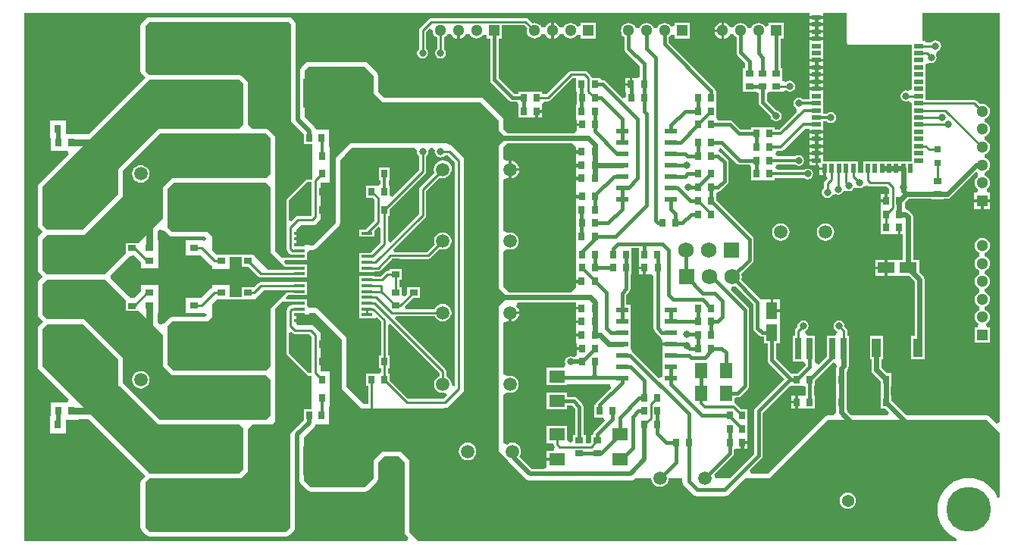
<source format=gtl>
G04 Layer_Physical_Order=1*
G04 Layer_Color=255*
%FSLAX42Y42*%
%MOMM*%
G71*
G01*
G75*
%ADD10R,1.00X0.60*%
%ADD11R,0.60X1.00*%
%ADD12R,3.20X2.40*%
%ADD13R,0.70X2.40*%
%ADD14R,3.25X2.15*%
%ADD15R,1.00X2.15*%
%ADD16R,4.11X4.36*%
%ADD17R,1.17X0.30*%
%ADD18R,0.67X0.90*%
%ADD19R,0.70X0.95*%
%ADD20R,1.45X0.60*%
%ADD21R,1.80X1.40*%
%ADD22R,0.90X0.67*%
%ADD23R,1.40X1.80*%
%ADD24R,0.95X0.70*%
%ADD25R,10.21X3.51*%
%ADD26R,1.78X3.30*%
%ADD27R,1.25X1.95*%
%ADD28R,1.95X1.25*%
%ADD29R,0.80X0.80*%
%ADD30C,0.40*%
%ADD31C,0.51*%
%ADD32C,0.60*%
%ADD33C,0.25*%
%ADD34C,0.50*%
%ADD35C,0.30*%
%ADD36C,0.38*%
%ADD37C,0.80*%
%ADD38C,0.80*%
%ADD39C,2.00*%
%ADD40R,2.00X2.00*%
%ADD41R,1.73X1.73*%
%ADD42C,1.73*%
%ADD43C,1.52*%
%ADD44C,1.30*%
%ADD45R,1.30X1.30*%
%ADD46R,1.30X1.30*%
%ADD47R,1.37X1.37*%
%ADD48C,1.37*%
%ADD49C,5.00*%
G36*
X8825Y5950D02*
Y5915D01*
X8975D01*
Y5950D01*
X9239D01*
Y5615D01*
X9241Y5607D01*
X9245Y5600D01*
X9252Y5596D01*
X9260Y5594D01*
X9965D01*
Y5525D01*
Y5445D01*
Y5365D01*
Y5285D01*
Y5205D01*
Y5097D01*
X9925Y5076D01*
X9924Y5077D01*
X9900Y5081D01*
X9876Y5077D01*
X9857Y5063D01*
X9843Y5044D01*
X9839Y5020D01*
X9843Y4996D01*
X9857Y4977D01*
X9876Y4963D01*
X9900Y4959D01*
X9924Y4963D01*
X9925Y4964D01*
X9965Y4943D01*
Y4885D01*
Y4805D01*
Y4725D01*
Y4645D01*
Y4565D01*
Y4485D01*
Y4405D01*
Y4285D01*
X9420D01*
Y4160D01*
X9360D01*
Y4285D01*
X8975D01*
Y4365D01*
X8825D01*
Y4325D01*
Y4315D01*
X8900D01*
Y4300D01*
X8915D01*
Y4245D01*
X8935D01*
Y4225D01*
X8990D01*
Y4210D01*
X9005D01*
Y4131D01*
X9020Y4095D01*
X8993Y4067D01*
X8984Y4055D01*
X8981Y4040D01*
Y3987D01*
X8977Y3983D01*
X8963Y3964D01*
X8959Y3940D01*
X8963Y3916D01*
X8977Y3897D01*
X8996Y3883D01*
X9020Y3879D01*
X9044Y3883D01*
X9063Y3897D01*
X9072Y3909D01*
X9079Y3917D01*
X9116Y3923D01*
X9140Y3919D01*
X9164Y3923D01*
X9183Y3937D01*
X9192Y3949D01*
X9199Y3957D01*
X9236Y3963D01*
X9260Y3959D01*
X9284Y3963D01*
X9303Y3977D01*
X9307Y3982D01*
X9324Y3996D01*
X9356Y3993D01*
X9380Y3989D01*
X9404Y3993D01*
X9423Y4007D01*
X9427Y4012D01*
X9468Y4021D01*
X9476Y4020D01*
X9485Y4014D01*
X9500Y4011D01*
X9684D01*
X9711Y3984D01*
Y3923D01*
X9691D01*
Y3850D01*
X9676D01*
Y3835D01*
X9616D01*
Y3777D01*
X9616D01*
X9620Y3770D01*
Y3630D01*
X9616Y3623D01*
X9616D01*
Y3477D01*
X9737D01*
Y3477D01*
X9763D01*
Y3477D01*
X9809D01*
Y3550D01*
X9839D01*
Y3477D01*
X9866D01*
Y3188D01*
X9693D01*
Y3100D01*
Y3012D01*
X9931D01*
X9994Y2949D01*
Y2343D01*
X9955D01*
Y2077D01*
X10105D01*
Y2225D01*
X10106Y2230D01*
X10106Y2230D01*
Y2972D01*
X10102Y2994D01*
X10090Y3012D01*
X10090Y3012D01*
X10045Y3057D01*
Y3188D01*
X9979D01*
Y3667D01*
X9975Y3689D01*
X9962Y3707D01*
X9962Y3707D01*
X9930Y3740D01*
X9913Y3751D01*
X9887Y3774D01*
X9884Y3795D01*
Y3831D01*
X9926Y3872D01*
X10180D01*
Y3870D01*
X10320D01*
Y3872D01*
X10359D01*
X10359Y3872D01*
X10380Y3877D01*
X10399Y3889D01*
X10682Y4172D01*
X10690Y4170D01*
X10700Y4165D01*
X10703Y4147D01*
X10700Y4119D01*
X10689Y4111D01*
X10675Y4093D01*
X10667Y4072D01*
X10664Y4050D01*
X10667Y4028D01*
X10675Y4007D01*
X10689Y3989D01*
X10701Y3980D01*
X10697Y3956D01*
X10690Y3940D01*
X10660D01*
Y3865D01*
X10750D01*
X10840D01*
Y3940D01*
X10810D01*
X10803Y3956D01*
X10799Y3980D01*
X10811Y3989D01*
X10825Y4007D01*
X10833Y4028D01*
X10836Y4050D01*
X10833Y4072D01*
X10825Y4093D01*
X10811Y4111D01*
X10793Y4125D01*
X10781Y4129D01*
X10780Y4135D01*
Y4165D01*
X10781Y4171D01*
X10793Y4175D01*
X10811Y4189D01*
X10825Y4207D01*
X10833Y4228D01*
X10836Y4250D01*
X10833Y4272D01*
X10825Y4293D01*
X10811Y4311D01*
X10793Y4325D01*
X10781Y4329D01*
X10780Y4335D01*
Y4365D01*
X10781Y4371D01*
X10793Y4375D01*
X10811Y4389D01*
X10825Y4407D01*
X10833Y4428D01*
X10836Y4450D01*
X10833Y4472D01*
X10825Y4493D01*
X10811Y4511D01*
X10793Y4525D01*
X10781Y4529D01*
X10780Y4535D01*
Y4565D01*
X10781Y4571D01*
X10793Y4575D01*
X10811Y4589D01*
X10825Y4607D01*
X10833Y4628D01*
X10836Y4650D01*
X10833Y4672D01*
X10825Y4693D01*
X10811Y4711D01*
X10793Y4725D01*
X10781Y4729D01*
X10780Y4735D01*
Y4765D01*
X10781Y4771D01*
X10793Y4775D01*
X10811Y4789D01*
X10825Y4807D01*
X10833Y4828D01*
X10836Y4850D01*
X10833Y4872D01*
X10825Y4893D01*
X10811Y4911D01*
X10793Y4925D01*
X10772Y4933D01*
X10750Y4936D01*
X10728Y4933D01*
X10724Y4931D01*
X10687Y4967D01*
X10675Y4976D01*
X10660Y4979D01*
X10115D01*
Y5045D01*
Y5125D01*
Y5205D01*
Y5285D01*
Y5373D01*
X10155Y5394D01*
X10156Y5393D01*
X10180Y5389D01*
X10204Y5393D01*
X10223Y5407D01*
X10237Y5426D01*
X10241Y5450D01*
X10237Y5474D01*
X10232Y5480D01*
X10247Y5520D01*
X10249Y5522D01*
X10254Y5523D01*
X10273Y5537D01*
X10287Y5556D01*
X10291Y5580D01*
X10287Y5604D01*
X10273Y5623D01*
X10254Y5637D01*
X10230Y5641D01*
X10206Y5637D01*
X10187Y5623D01*
X10183Y5619D01*
X10115D01*
Y5635D01*
X10081D01*
Y5950D01*
X10950D01*
X10950Y1374D01*
X10913Y1359D01*
X10836Y1436D01*
X10820Y1447D01*
X10800Y1451D01*
X9903D01*
X9734Y1619D01*
Y1673D01*
X9730D01*
Y1777D01*
X9734D01*
Y1923D01*
X9687D01*
X9626Y1983D01*
Y2077D01*
X9645D01*
Y2343D01*
X9495D01*
Y2077D01*
X9514D01*
Y1960D01*
X9514Y1960D01*
X9518Y1938D01*
X9530Y1920D01*
X9613Y1837D01*
Y1777D01*
X9617D01*
Y1673D01*
X9613D01*
Y1527D01*
X9667D01*
X9706Y1488D01*
X9691Y1451D01*
X9289D01*
X9248Y1492D01*
X9237Y1527D01*
X9237Y1527D01*
X9237D01*
X9237Y1527D01*
Y1673D01*
X9233D01*
Y1777D01*
X9237D01*
Y1923D01*
X9237D01*
X9241Y1961D01*
X9244Y1964D01*
X9244Y1964D01*
X9256Y1982D01*
X9260Y2004D01*
X9260Y2004D01*
Y2052D01*
X9264D01*
Y2343D01*
X9243D01*
Y2396D01*
X9240Y2411D01*
X9231Y2423D01*
X9210Y2445D01*
X9211Y2450D01*
X9207Y2474D01*
X9193Y2493D01*
X9174Y2507D01*
X9150Y2511D01*
X9126Y2507D01*
X9107Y2493D01*
X9093Y2474D01*
X9089Y2450D01*
X9093Y2426D01*
X9107Y2407D01*
X9126Y2393D01*
X9129Y2393D01*
X9133Y2380D01*
X9105Y2343D01*
X9017D01*
Y2111D01*
X8926Y2020D01*
X8885Y2035D01*
X8883Y2052D01*
X8883D01*
Y2343D01*
X8795Y2343D01*
X8767Y2380D01*
X8771Y2393D01*
X8774Y2393D01*
X8793Y2407D01*
X8807Y2426D01*
X8811Y2450D01*
X8807Y2474D01*
X8793Y2493D01*
X8774Y2507D01*
X8750Y2511D01*
X8726Y2507D01*
X8707Y2493D01*
X8693Y2474D01*
X8689Y2450D01*
X8690Y2445D01*
X8669Y2423D01*
X8660Y2411D01*
X8657Y2396D01*
Y2343D01*
X8636D01*
Y2052D01*
X8723D01*
X8756Y2052D01*
X8775Y2023D01*
X8775Y2012D01*
X8684Y1920D01*
X8620D01*
X8620Y1920D01*
Y1920D01*
X8590Y1945D01*
X8446Y2089D01*
Y2255D01*
X8488D01*
Y2500D01*
Y2607D01*
X8400D01*
Y2622D01*
X8385D01*
Y2745D01*
X8312D01*
Y2745D01*
X8274Y2749D01*
X8273Y2751D01*
X8273Y2751D01*
X8059Y2965D01*
X8062Y2972D01*
X8066Y3000D01*
X8062Y3028D01*
X8059Y3035D01*
X8183Y3159D01*
X8183Y3159D01*
X8193Y3174D01*
X8196Y3192D01*
X8196Y3192D01*
Y3421D01*
X8196Y3421D01*
X8193Y3439D01*
X8183Y3454D01*
X7780Y3857D01*
Y3920D01*
X7791Y3943D01*
X7800Y3954D01*
X7818Y3957D01*
X7833Y3967D01*
X7903Y4037D01*
X7903Y4037D01*
X7913Y4052D01*
X7916Y4070D01*
X7916Y4070D01*
Y4280D01*
X7916Y4280D01*
X7913Y4298D01*
X7903Y4313D01*
X7903Y4313D01*
X7833Y4383D01*
X7818Y4393D01*
X7811Y4394D01*
X7806Y4404D01*
X7824Y4439D01*
X7834Y4440D01*
X8007Y4267D01*
X8007Y4267D01*
X8022Y4257D01*
X8040Y4254D01*
X8040Y4254D01*
X8154D01*
X8170Y4220D01*
Y4080D01*
X8272D01*
X8312Y4080D01*
X8328Y4080D01*
X8430D01*
Y4105D01*
X8759D01*
X8776Y4093D01*
X8800Y4089D01*
X8824Y4093D01*
X8843Y4107D01*
X8857Y4126D01*
X8861Y4150D01*
X8857Y4174D01*
X8843Y4193D01*
X8824Y4207D01*
X8833Y4245D01*
X8885D01*
Y4285D01*
X8825D01*
Y4247D01*
X8815Y4208D01*
X8800Y4211D01*
X8776Y4207D01*
X8759Y4195D01*
X8460D01*
X8443Y4225D01*
X8460Y4255D01*
X8659D01*
X8676Y4243D01*
X8700Y4239D01*
X8724Y4243D01*
X8743Y4257D01*
X8757Y4276D01*
X8761Y4300D01*
X8757Y4324D01*
X8743Y4343D01*
X8724Y4357D01*
X8700Y4361D01*
X8676Y4357D01*
X8659Y4345D01*
X8460D01*
X8443Y4375D01*
X8460Y4405D01*
X8500D01*
X8517Y4408D01*
X8532Y4418D01*
X8769Y4655D01*
X8825D01*
Y4635D01*
X8975D01*
Y4645D01*
Y4735D01*
X9019D01*
X9036Y4723D01*
X9060Y4719D01*
X9084Y4723D01*
X9103Y4737D01*
X9117Y4756D01*
X9121Y4780D01*
X9117Y4804D01*
X9103Y4823D01*
X9084Y4837D01*
X9060Y4841D01*
X9036Y4837D01*
X9019Y4825D01*
X8975D01*
Y4885D01*
Y4965D01*
Y5045D01*
Y5085D01*
X8825D01*
Y5045D01*
Y4985D01*
X8741D01*
X8724Y4997D01*
X8700Y5001D01*
X8676Y4997D01*
X8657Y4983D01*
X8643Y4964D01*
X8639Y4940D01*
X8643Y4916D01*
X8657Y4897D01*
X8668Y4889D01*
X8678Y4856D01*
X8678Y4842D01*
X8481Y4645D01*
X8430D01*
Y4670D01*
X8328D01*
X8288Y4670D01*
X8272Y4670D01*
X8170D01*
Y4646D01*
X8049D01*
X7963Y4733D01*
X7948Y4743D01*
X7930Y4746D01*
X7930Y4746D01*
X7796D01*
X7780Y4780D01*
Y4890D01*
X7780Y4920D01*
X7780Y4960D01*
Y5070D01*
X7780Y5070D01*
X7764Y5096D01*
X7760Y5102D01*
X7754Y5111D01*
X7754Y5111D01*
X7246Y5619D01*
Y5678D01*
X7261Y5689D01*
X7275Y5707D01*
X7275Y5707D01*
X7315Y5699D01*
Y5665D01*
X7485D01*
Y5835D01*
X7315D01*
Y5801D01*
X7275Y5793D01*
X7275Y5793D01*
X7261Y5811D01*
X7243Y5825D01*
X7222Y5833D01*
X7200Y5836D01*
X7178Y5833D01*
X7157Y5825D01*
X7139Y5811D01*
X7125Y5793D01*
X7121Y5781D01*
X7115Y5780D01*
X7085D01*
X7079Y5781D01*
X7075Y5793D01*
X7061Y5811D01*
X7043Y5825D01*
X7022Y5833D01*
X7000Y5836D01*
X6978Y5833D01*
X6957Y5825D01*
X6939Y5811D01*
X6925Y5793D01*
X6921Y5781D01*
X6915Y5780D01*
X6885D01*
X6879Y5781D01*
X6875Y5793D01*
X6861Y5811D01*
X6843Y5825D01*
X6822Y5833D01*
X6800Y5836D01*
X6778Y5833D01*
X6757Y5825D01*
X6739Y5811D01*
X6725Y5793D01*
X6717Y5772D01*
X6714Y5750D01*
X6717Y5728D01*
X6725Y5707D01*
X6739Y5689D01*
X6754Y5678D01*
Y5550D01*
X6754Y5550D01*
X6757Y5532D01*
X6767Y5517D01*
X6925Y5360D01*
Y5227D01*
X6887Y5223D01*
X6873Y5223D01*
X6841D01*
Y5150D01*
X6826D01*
Y5135D01*
X6766D01*
Y5109D01*
X6766Y5077D01*
X6770Y5039D01*
Y5008D01*
X6733Y4993D01*
X6543Y5183D01*
X6528Y5193D01*
X6513Y5196D01*
X6484Y5223D01*
X6484Y5223D01*
X6484Y5223D01*
X6388D01*
X6386Y5235D01*
X6377Y5247D01*
X6337Y5287D01*
X6325Y5296D01*
X6310Y5299D01*
X6160D01*
X6145Y5296D01*
X6133Y5287D01*
X5884Y5039D01*
X5830D01*
Y5070D01*
X5728D01*
X5688Y5070D01*
X5672Y5070D01*
X5570D01*
Y5046D01*
X5519D01*
X5346Y5219D01*
Y5665D01*
X5385D01*
Y5811D01*
X5634D01*
X5669Y5776D01*
X5667Y5772D01*
X5664Y5750D01*
X5667Y5728D01*
X5675Y5707D01*
X5689Y5689D01*
X5707Y5675D01*
X5728Y5667D01*
X5750Y5664D01*
X5772Y5667D01*
X5793Y5675D01*
X5811Y5689D01*
X5825Y5707D01*
X5826Y5710D01*
X5869Y5710D01*
X5871Y5704D01*
X5886Y5686D01*
X5904Y5671D01*
X5926Y5662D01*
X5935Y5661D01*
Y5750D01*
Y5839D01*
X5926Y5838D01*
X5904Y5829D01*
X5886Y5814D01*
X5871Y5796D01*
X5869Y5790D01*
X5826Y5790D01*
X5825Y5793D01*
X5811Y5811D01*
X5793Y5825D01*
X5772Y5833D01*
X5750Y5836D01*
X5728Y5833D01*
X5724Y5831D01*
X5677Y5877D01*
X5665Y5886D01*
X5650Y5889D01*
X4600D01*
X4585Y5886D01*
X4573Y5877D01*
X4473Y5777D01*
X4464Y5765D01*
X4461Y5750D01*
Y5547D01*
X4457Y5543D01*
X4443Y5524D01*
X4439Y5500D01*
X4443Y5476D01*
X4457Y5457D01*
X4476Y5443D01*
X4500Y5439D01*
X4524Y5443D01*
X4543Y5457D01*
X4557Y5476D01*
X4561Y5500D01*
X4557Y5524D01*
X4543Y5543D01*
X4539Y5547D01*
Y5734D01*
X4576Y5772D01*
X4614Y5753D01*
X4614Y5750D01*
X4617Y5728D01*
X4625Y5707D01*
X4639Y5689D01*
X4657Y5675D01*
X4661Y5674D01*
Y5547D01*
X4657Y5543D01*
X4643Y5524D01*
X4639Y5500D01*
X4643Y5476D01*
X4657Y5457D01*
X4676Y5443D01*
X4700Y5439D01*
X4724Y5443D01*
X4743Y5457D01*
X4757Y5476D01*
X4761Y5500D01*
X4757Y5524D01*
X4743Y5543D01*
X4739Y5547D01*
Y5674D01*
X4743Y5675D01*
X4761Y5689D01*
X4775Y5707D01*
X4776Y5710D01*
X4819Y5710D01*
X4821Y5704D01*
X4836Y5686D01*
X4854Y5671D01*
X4876Y5662D01*
X4885Y5661D01*
Y5750D01*
X4915D01*
Y5661D01*
X4924Y5662D01*
X4946Y5671D01*
X4964Y5686D01*
X4979Y5704D01*
X4981Y5710D01*
X5024Y5710D01*
X5025Y5707D01*
X5039Y5689D01*
X5057Y5675D01*
X5078Y5667D01*
X5100Y5664D01*
X5122Y5667D01*
X5143Y5675D01*
X5161Y5689D01*
X5175Y5707D01*
X5175Y5707D01*
X5215Y5699D01*
Y5665D01*
X5254D01*
Y5200D01*
X5254Y5200D01*
X5257Y5182D01*
X5267Y5167D01*
X5467Y4967D01*
X5467Y4967D01*
X5482Y4957D01*
X5500Y4954D01*
X5500Y4954D01*
X5554D01*
X5570Y4920D01*
Y4780D01*
X5672D01*
X5712Y4780D01*
X5728Y4780D01*
X5756D01*
Y4850D01*
X5771D01*
Y4865D01*
X5830D01*
Y4890D01*
X5830Y4933D01*
X5858Y4961D01*
X5900D01*
X5915Y4964D01*
X5927Y4973D01*
X6176Y5221D01*
X6216Y5221D01*
Y5077D01*
X6216D01*
X6220Y5070D01*
Y4930D01*
X6216Y4923D01*
X6216D01*
Y4809D01*
X6216Y4777D01*
X6220Y4739D01*
Y4715D01*
X6279D01*
Y4685D01*
X6220D01*
Y4646D01*
X6220Y4630D01*
X6189Y4606D01*
X5449D01*
X5446Y4611D01*
X5401Y4656D01*
X5401Y4750D01*
X5397Y4770D01*
X5386Y4786D01*
X5186Y4986D01*
X5170Y4997D01*
X5150Y5001D01*
X4071D01*
X4001Y5071D01*
X4001Y5250D01*
X3997Y5270D01*
X3986Y5286D01*
X3886Y5386D01*
X3870Y5397D01*
X3850Y5401D01*
X3230Y5401D01*
X3210Y5397D01*
X3194Y5386D01*
X3145Y5337D01*
X3134Y5321D01*
X3131Y5305D01*
X3121Y5298D01*
X3119Y5298D01*
X3081Y5325D01*
X3081Y5820D01*
X3077Y5840D01*
X3066Y5856D01*
X3036Y5886D01*
X3020Y5897D01*
X3000Y5901D01*
X1450Y5901D01*
X1430Y5897D01*
X1414Y5886D01*
X1364Y5836D01*
X1353Y5820D01*
X1349Y5800D01*
X1349Y5300D01*
X1353Y5280D01*
X1364Y5264D01*
X1403Y5225D01*
X769Y4591D01*
X655D01*
Y4595D01*
X511D01*
Y4747D01*
X341D01*
Y4552D01*
X345D01*
Y4405D01*
X531D01*
X546Y4368D01*
X214Y4036D01*
X203Y4020D01*
X199Y4000D01*
X199Y3580D01*
X203Y3560D01*
X214Y3544D01*
X258Y3500D01*
X214Y3456D01*
X203Y3440D01*
X199Y3420D01*
X199Y3080D01*
X203Y3060D01*
X214Y3044D01*
X258Y3000D01*
X214Y2956D01*
X203Y2940D01*
X199Y2920D01*
X199Y2580D01*
X203Y2560D01*
X214Y2544D01*
X258Y2500D01*
X214Y2456D01*
X203Y2440D01*
X199Y2420D01*
Y2000D01*
X203Y1980D01*
X214Y1964D01*
X546Y1632D01*
X531Y1595D01*
X345D01*
Y1448D01*
X341D01*
Y1252D01*
X511D01*
Y1405D01*
X655D01*
Y1409D01*
X769D01*
X1403Y775D01*
X1364Y736D01*
X1353Y720D01*
X1349Y700D01*
X1349Y200D01*
X1353Y180D01*
X1364Y164D01*
X1414Y114D01*
X1430Y103D01*
X1450Y99D01*
X2975Y99D01*
X2995Y103D01*
X3011Y114D01*
X3061Y164D01*
X3072Y180D01*
X3076Y200D01*
X3076Y684D01*
X3116Y710D01*
X3129Y704D01*
X3132Y700D01*
X3140Y688D01*
X3214Y614D01*
X3230Y603D01*
X3250Y599D01*
X3855D01*
X3874Y603D01*
X3891Y614D01*
X3986Y709D01*
X3997Y726D01*
X4001Y745D01*
Y929D01*
X4069Y997D01*
X4231Y997D01*
X4299Y929D01*
X4299Y150D01*
X4303Y130D01*
X4314Y114D01*
X4340Y88D01*
X4325Y51D01*
X51D01*
Y5949D01*
X4350D01*
Y5950D01*
X8825Y5950D01*
D02*
G37*
G36*
X2500Y5150D02*
Y4700D01*
X2451Y4651D01*
X1564Y4651D01*
X1559Y4650D01*
X1550D01*
X1548Y4648D01*
X1545Y4647D01*
X1528Y4636D01*
X1114Y4222D01*
X1103Y4205D01*
X1102Y4202D01*
X1100Y4200D01*
Y4191D01*
X1099Y4186D01*
X1099Y3921D01*
X708Y3530D01*
X300Y3530D01*
X250Y3580D01*
X250Y4000D01*
X1450Y5200D01*
X2450D01*
X2500Y5150D01*
D02*
G37*
G36*
X6210Y4449D02*
X6210Y2880D01*
X6156Y2826D01*
X5466D01*
X5401Y2891D01*
Y3285D01*
X5407Y3292D01*
X5441Y3310D01*
X5450Y3306D01*
X5475Y3303D01*
X5500Y3306D01*
X5524Y3316D01*
X5544Y3331D01*
X5559Y3351D01*
X5569Y3375D01*
X5572Y3400D01*
X5569Y3425D01*
X5559Y3449D01*
X5544Y3469D01*
X5524Y3484D01*
X5500Y3494D01*
X5475Y3497D01*
X5450Y3494D01*
X5441Y3490D01*
X5407Y3508D01*
X5401Y3515D01*
Y4079D01*
X5404Y4084D01*
X5441Y4104D01*
X5448Y4101D01*
X5460Y4099D01*
Y4200D01*
Y4301D01*
X5448Y4299D01*
X5441Y4296D01*
X5421Y4303D01*
X5405Y4315D01*
X5401Y4321D01*
X5401Y4449D01*
X5446Y4494D01*
X6165D01*
X6210Y4449D01*
D02*
G37*
G36*
X2800Y4000D02*
X2800Y3270D01*
X2958Y3112D01*
X3065Y3112D01*
X3173D01*
Y3080D01*
X2770Y3080D01*
X2623Y3227D01*
Y3237D01*
X2613D01*
X2600Y3250D01*
X2200D01*
X2150Y3300D01*
Y3450D01*
X2100Y3500D01*
X1700Y3500D01*
X1650Y3550D01*
Y3642D01*
X1651Y3646D01*
X1651Y3647D01*
X1651Y3647D01*
X1651Y3979D01*
X1721Y4049D01*
X2750Y4049D01*
D01*
X2750D01*
X2751Y4049D01*
X2800Y4000D01*
D02*
G37*
G36*
X3261Y3686D02*
X3254Y3679D01*
X3110D01*
X3103Y3678D01*
X3095Y3676D01*
X3095Y3676D01*
X3083Y3667D01*
X3034Y3619D01*
X3006Y3630D01*
X3006Y3859D01*
X3211Y4064D01*
X3261Y4064D01*
Y3686D01*
D02*
G37*
G36*
X4011Y4439D02*
D01*
X4289Y4439D01*
D01*
X4402D01*
X4402Y4439D01*
X4413D01*
X4422Y4430D01*
X4435Y4409D01*
X4434Y4400D01*
X4436Y4383D01*
X4443Y4367D01*
X4453Y4353D01*
X4461Y4347D01*
Y4195D01*
X4160Y3894D01*
X4130Y3906D01*
Y4020D01*
X4119D01*
Y4077D01*
X4134D01*
Y4223D01*
X4013D01*
Y4077D01*
X4028D01*
Y4044D01*
X4012Y4020D01*
X3988D01*
Y4020D01*
X3982Y4020D01*
X3870D01*
Y3880D01*
X3944D01*
X3961Y3863D01*
Y3626D01*
X3863Y3528D01*
X3793D01*
Y3447D01*
X3961D01*
Y3516D01*
X4002Y3558D01*
X4032Y3545D01*
Y3382D01*
X3918Y3268D01*
X3793D01*
Y3187D01*
Y3122D01*
Y3057D01*
X3961D01*
Y3059D01*
X4001D01*
X4016Y3062D01*
X4029Y3070D01*
X4157Y3199D01*
X4563D01*
X4578Y3202D01*
X4590Y3210D01*
X4686Y3306D01*
X4690Y3310D01*
X4700Y3306D01*
X4725Y3303D01*
X4750Y3306D01*
X4774Y3316D01*
X4794Y3331D01*
X4809Y3351D01*
X4819Y3375D01*
X4821Y3391D01*
X4826Y3391D01*
X4827Y3400D01*
X4826Y3409D01*
X4821Y3409D01*
X4819Y3425D01*
X4809Y3449D01*
X4794Y3469D01*
X4774Y3484D01*
X4750Y3494D01*
X4725Y3497D01*
X4700Y3494D01*
X4676Y3484D01*
X4656Y3469D01*
X4641Y3449D01*
X4631Y3425D01*
X4628Y3400D01*
X4631Y3375D01*
X4635Y3365D01*
X4631Y3361D01*
X4547Y3277D01*
X4181D01*
X4169Y3304D01*
X4350Y3485D01*
X4527Y3663D01*
X4536Y3675D01*
X4539Y3690D01*
Y3959D01*
X4686Y4106D01*
D01*
X4690Y4110D01*
X4700Y4106D01*
X4725Y4103D01*
X4750Y4106D01*
X4774Y4116D01*
X4794Y4131D01*
X4809Y4151D01*
X4819Y4175D01*
X4821Y4191D01*
X4826Y4191D01*
X4827Y4200D01*
X4824Y4227D01*
X4814Y4251D01*
X4797Y4272D01*
X4776Y4289D01*
X4752Y4299D01*
X4725Y4302D01*
X4698Y4299D01*
X4674Y4289D01*
X4653Y4272D01*
X4636Y4251D01*
X4626Y4227D01*
X4623Y4200D01*
X4626Y4173D01*
X4631Y4161D01*
X4473Y4002D01*
X4464Y3990D01*
X4461Y3975D01*
Y3706D01*
X4140Y3385D01*
X4110Y3397D01*
Y3680D01*
X4130D01*
Y3754D01*
X4527Y4151D01*
X4536Y4164D01*
X4539Y4179D01*
Y4347D01*
X4547Y4353D01*
X4557Y4367D01*
X4564Y4383D01*
X4566Y4400D01*
X4565Y4409D01*
X4578Y4430D01*
X4587Y4439D01*
X4613Y4439D01*
X4622Y4430D01*
X4635Y4409D01*
X4634Y4400D01*
X4636Y4383D01*
X4643Y4367D01*
X4653Y4353D01*
X4667Y4343D01*
X4683Y4336D01*
X4700Y4334D01*
X4717Y4336D01*
X4733Y4343D01*
X4747Y4353D01*
X4753Y4361D01*
X4784D01*
X4861Y4284D01*
Y1780D01*
X4855Y1776D01*
X4827Y1795D01*
X4827Y1800D01*
X4826Y1809D01*
X4821Y1809D01*
X4819Y1825D01*
X4809Y1849D01*
X4794Y1869D01*
X4774Y1884D01*
X4764Y1888D01*
Y1894D01*
Y1945D01*
X4761Y1960D01*
X4752Y1972D01*
X4350Y2375D01*
X4192Y2533D01*
X4203Y2561D01*
X4637D01*
X4641Y2551D01*
X4656Y2531D01*
X4676Y2516D01*
X4700Y2506D01*
X4725Y2503D01*
X4750Y2506D01*
X4774Y2516D01*
X4794Y2531D01*
X4809Y2551D01*
X4819Y2575D01*
X4821Y2591D01*
X4826Y2591D01*
X4827Y2600D01*
X4826Y2609D01*
X4821Y2609D01*
X4819Y2625D01*
X4809Y2649D01*
X4794Y2669D01*
X4774Y2684D01*
X4750Y2694D01*
X4725Y2697D01*
X4700Y2694D01*
X4676Y2684D01*
X4656Y2669D01*
X4641Y2649D01*
X4637Y2639D01*
X4310D01*
X4298Y2669D01*
X4350Y2721D01*
X4395Y2766D01*
X4473D01*
Y2887D01*
Y2887D01*
X4327D01*
Y2808D01*
X4300Y2782D01*
X4270Y2794D01*
Y2880D01*
X4239D01*
Y2970D01*
X4270D01*
Y3088D01*
X4130D01*
Y3068D01*
X4109D01*
X4094Y3065D01*
X4081Y3056D01*
X4031Y3006D01*
X3961D01*
Y3008D01*
X3793D01*
Y2927D01*
Y2862D01*
Y2797D01*
Y2732D01*
Y2667D01*
Y2602D01*
Y2537D01*
X3961D01*
Y2537D01*
X3987Y2548D01*
X4035Y2500D01*
Y2123D01*
X4013D01*
Y1977D01*
X4035D01*
Y1938D01*
X4012Y1920D01*
X3988D01*
Y1920D01*
X3870D01*
Y1780D01*
X3890D01*
Y1581D01*
X3841D01*
X3825Y1597D01*
X3651Y1771D01*
X3651Y2300D01*
X3647Y2320D01*
X3636Y2336D01*
X3336Y2636D01*
X3320Y2647D01*
X3300Y2651D01*
X3231D01*
D01*
X3228Y2653D01*
X3207Y2677D01*
Y2748D01*
X3163D01*
X3163Y2748D01*
X3161Y2748D01*
X3160Y2748D01*
X3069D01*
X3065Y2748D01*
X3065Y2748D01*
X3065Y2748D01*
X3039Y2748D01*
Y2748D01*
X2982Y2747D01*
X2970Y2775D01*
X2992Y2797D01*
X3175Y2797D01*
X3176Y2797D01*
X3207D01*
Y2862D01*
Y2943D01*
X3039D01*
Y2941D01*
X2692D01*
X2678Y2938D01*
X2665Y2930D01*
X2619Y2884D01*
X2477D01*
Y2776D01*
X2348D01*
Y2909D01*
X2153D01*
Y2883D01*
X2149Y2883D01*
X2129Y2869D01*
X2022Y2762D01*
X1855D01*
Y2595D01*
X2045D01*
Y2595D01*
X2052Y2598D01*
X2087Y2577D01*
X2063Y2551D01*
X1700Y2551D01*
X1680Y2547D01*
X1664Y2536D01*
X1614Y2486D01*
X1608Y2478D01*
X1567Y2470D01*
X1541Y2492D01*
Y2595D01*
X1545D01*
Y2738D01*
Y2905D01*
X1355D01*
Y2845D01*
X1273Y2763D01*
X1266Y2763D01*
X1233Y2766D01*
X1228Y2772D01*
X1223Y2780D01*
X1223Y2780D01*
X1222Y2781D01*
X1012Y2980D01*
Y3020D01*
X1222Y3219D01*
X1223Y3220D01*
X1223Y3220D01*
X1228Y3228D01*
X1233Y3234D01*
X1266Y3237D01*
X1273Y3237D01*
X1355Y3155D01*
Y3095D01*
X1545D01*
Y3238D01*
Y3405D01*
X1541D01*
Y3508D01*
X1567Y3530D01*
X1608Y3522D01*
X1614Y3514D01*
X1664Y3464D01*
X1680Y3453D01*
X1700Y3449D01*
X2063Y3449D01*
X2087Y3423D01*
X2052Y3402D01*
X2045Y3405D01*
Y3405D01*
X1855D01*
Y3238D01*
X2022D01*
X2129Y3131D01*
X2149Y3117D01*
X2152Y3117D01*
Y3091D01*
X2347D01*
Y3199D01*
X2348D01*
Y3224D01*
X2477D01*
Y3116D01*
X2555D01*
X2666Y3005D01*
X2679Y2997D01*
X2694Y2994D01*
X3039D01*
Y2992D01*
X3207D01*
Y3057D01*
Y3138D01*
X3174D01*
X3173Y3138D01*
X3065D01*
X2971Y3138D01*
X2953Y3160D01*
X2964Y3187D01*
X3180D01*
X3181Y3187D01*
X3207D01*
Y3273D01*
X3231Y3299D01*
Y3299D01*
X3275D01*
X3295Y3303D01*
X3311Y3314D01*
X3561Y3564D01*
X3572Y3580D01*
X3576Y3600D01*
Y3650D01*
X3576Y4304D01*
X3629Y4357D01*
X3711Y4439D01*
D01*
X4011Y4439D01*
D02*
G37*
G36*
X2750Y4600D02*
X2800Y4550D01*
X2800Y4150D01*
X2750Y4100D01*
X1700Y4100D01*
X1600Y4000D01*
X1600Y3647D01*
X1316Y3379D01*
X1182D01*
Y3269D01*
X1182D01*
X1187Y3256D01*
X948Y3030D01*
X300Y3030D01*
X250Y3080D01*
X250Y3420D01*
X300Y3470D01*
X720Y3470D01*
X1150Y3900D01*
X1150Y4186D01*
X1564Y4600D01*
X2750Y4600D01*
D02*
G37*
G36*
X3000Y5850D02*
X3030Y5820D01*
X3030Y4920D01*
Y4730D01*
X3170Y4590D01*
Y4480D01*
X3270D01*
Y4100D01*
X3264Y4091D01*
X3264Y4090D01*
X3200Y4090D01*
X2980Y3870D01*
X2980Y3306D01*
X2980Y3306D01*
X2984Y3295D01*
X2995Y3275D01*
X3012Y3260D01*
X3033Y3250D01*
X3045Y3248D01*
X3180Y3248D01*
Y3212D01*
X2925D01*
X2850Y3288D01*
Y4145D01*
X2851Y4150D01*
Y4150D01*
D01*
D01*
X2851Y4550D01*
X2848Y4566D01*
X2847Y4570D01*
X2836Y4586D01*
X2786Y4636D01*
X2770Y4647D01*
X2750Y4651D01*
X2599D01*
X2551Y4699D01*
X2551Y4700D01*
Y5150D01*
X2547Y5170D01*
X2536Y5186D01*
X2486Y5236D01*
X2470Y5247D01*
X2450Y5251D01*
X2450D01*
D01*
X1450D01*
X1449Y5251D01*
X1400Y5300D01*
X1400Y5800D01*
X1450Y5850D01*
X3000Y5850D01*
D02*
G37*
G36*
X3174Y2706D02*
X3170Y2692D01*
X3065Y2692D01*
X3050Y2691D01*
X3023Y2682D01*
X3000Y2664D01*
X2987Y2643D01*
X2985Y2640D01*
X2980Y2626D01*
X2980D01*
X2980Y2607D01*
X2980Y2606D01*
X2980Y2135D01*
X3217Y1897D01*
X3260D01*
Y1520D01*
X3170D01*
Y1396D01*
X3025Y1247D01*
X3025Y200D01*
X2975Y150D01*
X1450Y150D01*
X1400Y200D01*
X1400Y700D01*
X1449Y749D01*
X1450Y749D01*
X2450D01*
X2470Y753D01*
X2486Y764D01*
X2536Y814D01*
X2547Y830D01*
X2551Y850D01*
Y1300D01*
X2551Y1301D01*
X2599Y1349D01*
X2750D01*
X2755Y1350D01*
X2815Y1350D01*
X2850Y1385D01*
Y1445D01*
X2851Y1450D01*
X2851Y1850D01*
X2850Y1855D01*
Y2638D01*
X2932Y2720D01*
X3065Y2723D01*
X3160D01*
X3174Y2706D01*
D02*
G37*
G36*
X6216Y2665D02*
X6276D01*
Y2635D01*
X6216D01*
Y2613D01*
X6216Y2577D01*
X6216Y2537D01*
Y2515D01*
X6276D01*
Y2485D01*
X6216D01*
Y2463D01*
X6216Y2427D01*
X6216Y2387D01*
Y2365D01*
X6276D01*
Y2335D01*
X6216D01*
Y2309D01*
X6216Y2277D01*
X6220Y2239D01*
Y2215D01*
X6279D01*
Y2185D01*
X6220D01*
Y2130D01*
X6196Y2106D01*
X6180Y2103D01*
X6174Y2107D01*
X6150Y2111D01*
X6126Y2107D01*
X6107Y2093D01*
X6093Y2074D01*
X6089Y2050D01*
X6093Y2026D01*
X6096Y2023D01*
X6075Y1983D01*
X5885D01*
Y1792D01*
X6115D01*
Y1798D01*
X6590D01*
X6606Y1761D01*
X6446Y1601D01*
X6436Y1586D01*
X6433Y1570D01*
X6420D01*
Y1430D01*
X6518D01*
X6534Y1390D01*
X6417Y1273D01*
X6407Y1258D01*
X6404Y1240D01*
X6380Y1230D01*
Y1156D01*
X6363Y1139D01*
X6320D01*
Y1230D01*
X6296D01*
Y1550D01*
X6296Y1550D01*
X6293Y1568D01*
X6283Y1583D01*
X6220Y1645D01*
X6205Y1655D01*
X6188Y1659D01*
X6188Y1659D01*
X6115D01*
Y1708D01*
X5885D01*
Y1517D01*
X6115D01*
Y1566D01*
X6168D01*
X6204Y1531D01*
Y1230D01*
X6180D01*
Y1167D01*
X6155Y1151D01*
X6115Y1171D01*
Y1333D01*
X5885D01*
Y1142D01*
X5961D01*
Y1130D01*
X5964Y1115D01*
X5973Y1103D01*
X5977Y1098D01*
X5961Y1058D01*
X5885D01*
Y978D01*
X6000D01*
Y948D01*
X5885D01*
Y891D01*
X5885Y867D01*
X5851Y851D01*
X5721D01*
X5579Y994D01*
X5584Y1001D01*
X5594Y1025D01*
X5597Y1050D01*
X5594Y1075D01*
X5584Y1099D01*
X5569Y1119D01*
X5549Y1134D01*
X5525Y1144D01*
X5500Y1147D01*
X5475Y1144D01*
X5451Y1134D01*
X5441Y1126D01*
X5408Y1138D01*
X5401Y1144D01*
Y1685D01*
X5407Y1692D01*
X5441Y1710D01*
X5450Y1706D01*
X5475Y1703D01*
X5500Y1706D01*
X5524Y1716D01*
X5544Y1731D01*
X5559Y1751D01*
X5569Y1775D01*
X5572Y1800D01*
X5569Y1825D01*
X5559Y1849D01*
X5544Y1869D01*
X5524Y1884D01*
X5500Y1894D01*
X5475Y1897D01*
X5450Y1894D01*
X5441Y1890D01*
X5407Y1908D01*
X5401Y1915D01*
Y2479D01*
X5404Y2484D01*
X5441Y2504D01*
X5448Y2501D01*
X5460Y2499D01*
Y2600D01*
X5475D01*
Y2615D01*
X5576D01*
X5574Y2627D01*
X5564Y2651D01*
X5547Y2672D01*
X5546Y2674D01*
X5560Y2714D01*
X6216D01*
Y2665D01*
D02*
G37*
G36*
X3175Y2823D02*
X3014Y2823D01*
X2981D01*
X2800Y2641D01*
X2800Y2000D01*
X2751Y1951D01*
X2750Y1951D01*
X2750D01*
D01*
X1721Y1951D01*
X1651Y2021D01*
X1651Y2353D01*
X1651Y2353D01*
X1651Y2354D01*
X1650Y2358D01*
Y2450D01*
X1700Y2500D01*
X2100Y2500D01*
X2150Y2550D01*
Y2700D01*
X2200Y2750D01*
X2624D01*
X2726Y2852D01*
X3175D01*
Y2823D01*
D02*
G37*
G36*
X3048Y2373D02*
X3055Y2367D01*
X3060Y2364D01*
X3060Y2364D01*
X3060Y2364D01*
X3068Y2363D01*
X3075Y2361D01*
X3234D01*
X3261Y2334D01*
Y1952D01*
X3260Y1924D01*
X3233Y1923D01*
X3228D01*
X3006Y2146D01*
X3006Y2375D01*
X3034Y2386D01*
X3048Y2373D01*
D02*
G37*
G36*
X6920Y3320D02*
Y3211D01*
X6916Y3173D01*
X6916Y3141D01*
Y3115D01*
X6976D01*
Y3100D01*
X6991D01*
Y3027D01*
X7023D01*
X7063Y3027D01*
X7077Y3013D01*
Y2426D01*
X7077Y2426D01*
X7081Y2409D01*
X7091Y2394D01*
X7140Y2344D01*
X7152Y2336D01*
X7164Y2320D01*
X7174Y2303D01*
X7175Y2293D01*
X7175Y2282D01*
Y2265D01*
X7272D01*
Y2235D01*
X7175D01*
Y2195D01*
X7175Y2155D01*
Y2068D01*
X7175D01*
Y2051D01*
X7175D01*
Y1941D01*
X7175D01*
Y1924D01*
X7175D01*
Y1883D01*
X7138Y1868D01*
X6850Y2156D01*
X6841Y2161D01*
X6825Y2195D01*
Y2282D01*
X6825Y2305D01*
X6825D01*
Y2322D01*
X6825D01*
Y2409D01*
X6825Y2432D01*
X6825Y2472D01*
Y2559D01*
X6825D01*
Y2576D01*
X6825D01*
Y2686D01*
X6774D01*
Y2798D01*
X6806Y2831D01*
X6817Y2846D01*
X6820Y2864D01*
X6820Y2864D01*
Y3027D01*
X6834D01*
Y3173D01*
X6834D01*
X6830Y3180D01*
Y3284D01*
X6830Y3320D01*
X6869Y3324D01*
X6881D01*
X6920Y3320D01*
D02*
G37*
G36*
X6441Y1909D02*
X6461Y1889D01*
X6728D01*
Y1849D01*
X6019D01*
Y1889D01*
X6381D01*
X6401Y1909D01*
Y2050D01*
X6441D01*
Y1909D01*
D02*
G37*
G36*
X4387Y2228D02*
X4686Y1929D01*
Y1888D01*
X4676Y1884D01*
X4656Y1869D01*
X4641Y1849D01*
X4631Y1825D01*
X4628Y1800D01*
X4631Y1775D01*
X4641Y1751D01*
X4656Y1731D01*
X4676Y1716D01*
X4700Y1706D01*
X4725Y1703D01*
X4744Y1705D01*
X4748Y1700D01*
X4752Y1701D01*
X4755Y1703D01*
X4772Y1677D01*
X4764Y1669D01*
X4734Y1639D01*
X4337D01*
X4130Y1846D01*
Y1920D01*
X4113D01*
Y1977D01*
X4134D01*
Y2123D01*
X4113D01*
Y2463D01*
X4140Y2475D01*
X4387Y2228D01*
D02*
G37*
G36*
X3950Y5250D02*
X3950Y5050D01*
X4050Y4950D01*
X5150D01*
X5350Y4750D01*
X5350Y4635D01*
X5410Y4575D01*
Y4530D01*
X5350Y4470D01*
X5350Y4310D01*
Y2870D01*
X5450Y2770D01*
X5350Y2670D01*
Y1048D01*
X5450Y952D01*
X5454Y942D01*
X5467Y927D01*
X5647Y747D01*
X5647Y747D01*
X5662Y734D01*
X5680Y727D01*
X5700Y724D01*
X6820D01*
X6840Y727D01*
X6858Y734D01*
X6873Y747D01*
X6877Y750D01*
X7053D01*
X7056Y725D01*
X7066Y701D01*
X7081Y681D01*
X7101Y666D01*
X7125Y656D01*
X7150Y653D01*
X7175Y656D01*
X7199Y666D01*
X7219Y681D01*
X7234Y701D01*
X7244Y725D01*
X7247Y747D01*
X7250Y750D01*
X7401D01*
Y713D01*
X7403Y695D01*
X7410Y678D01*
X7421Y663D01*
X7514Y570D01*
X7529Y559D01*
X7546Y552D01*
X7564Y549D01*
X7870D01*
X7888Y552D01*
X7905Y559D01*
X7920Y570D01*
X8100Y750D01*
X8375D01*
X9025Y1400D01*
X10800D01*
X10949Y1251D01*
Y538D01*
X10924Y533D01*
X10913Y559D01*
X10884Y606D01*
X10848Y648D01*
X10806Y684D01*
X10759Y713D01*
X10708Y734D01*
X10655Y747D01*
X10600Y751D01*
X10545Y747D01*
X10492Y734D01*
X10441Y713D01*
X10394Y684D01*
X10352Y648D01*
X10316Y606D01*
X10287Y559D01*
X10266Y508D01*
X10253Y455D01*
X10249Y400D01*
X10253Y345D01*
X10266Y292D01*
X10287Y241D01*
X10316Y194D01*
X10352Y152D01*
X10394Y116D01*
X10441Y87D01*
X10467Y76D01*
X10462Y51D01*
X4449D01*
X4350Y150D01*
X4350Y950D01*
X4252Y1048D01*
X4048Y1048D01*
X3950Y950D01*
Y745D01*
X3855Y650D01*
X3250D01*
X3176Y724D01*
Y1206D01*
X3283Y1312D01*
X3295Y1328D01*
X3302Y1347D01*
X3303Y1353D01*
X3305Y1355D01*
X3455D01*
Y1545D01*
X3459Y1552D01*
X3459D01*
Y1747D01*
X3459D01*
Y1752D01*
X3459D01*
Y1947D01*
X3367D01*
X3364Y1950D01*
Y2350D01*
X3362Y2362D01*
X3359Y2374D01*
X3359Y2374D01*
X3359Y2374D01*
X3353Y2384D01*
X3345Y2395D01*
X3295Y2445D01*
X3295Y2445D01*
X3295Y2445D01*
X3285Y2452D01*
X3274Y2459D01*
X3274Y2459D01*
X3274Y2459D01*
X3262Y2462D01*
X3250Y2464D01*
X3250Y2464D01*
X3250Y2464D01*
X3101D01*
X3089Y2476D01*
Y2577D01*
X3231D01*
Y2600D01*
X3300D01*
X3600Y2300D01*
X3600Y1750D01*
X3820Y1530D01*
X4712Y1530D01*
X4726Y1531D01*
X4753Y1536D01*
X4755Y1537D01*
X4774Y1541D01*
X4795Y1555D01*
X4945Y1705D01*
X4959Y1726D01*
X4964Y1750D01*
Y4300D01*
X4959Y4324D01*
X4950Y4338D01*
Y4340D01*
X4946Y4344D01*
X4945Y4345D01*
X4845Y4445D01*
X4844Y4446D01*
X4834Y4456D01*
X4826Y4464D01*
X4807Y4476D01*
X4786Y4485D01*
X4763Y4489D01*
X4752Y4490D01*
X4752Y4490D01*
X4752Y4490D01*
X4752Y4490D01*
X4727Y4490D01*
X3690Y4490D01*
X3525Y4325D01*
X3525Y3650D01*
Y3600D01*
X3275Y3350D01*
X3231D01*
Y3358D01*
X3089D01*
Y3529D01*
X3136Y3576D01*
X3270D01*
X3270Y3576D01*
X3270Y3576D01*
X3282Y3579D01*
X3294Y3581D01*
X3294Y3581D01*
X3294Y3581D01*
X3305Y3588D01*
X3315Y3595D01*
X3315Y3595D01*
X3315Y3595D01*
X3320Y3600D01*
X3325D01*
Y3605D01*
X3345Y3625D01*
X3352Y3635D01*
X3359Y3646D01*
X3359Y3646D01*
X3359Y3646D01*
X3362Y3658D01*
X3364Y3670D01*
Y4050D01*
X3367Y4052D01*
X3459D01*
Y4247D01*
X3459D01*
Y4252D01*
X3459D01*
Y4447D01*
X3459D01*
X3455Y4455D01*
Y4645D01*
X3315D01*
X3297Y4663D01*
X3295Y4669D01*
X3283Y4685D01*
X3181Y4786D01*
Y5301D01*
X3230Y5350D01*
X3850Y5350D01*
X3950Y5250D01*
D02*
G37*
G36*
X9109Y2040D02*
X9126Y2001D01*
X9124Y1998D01*
X9120Y1976D01*
X9120Y1976D01*
Y1923D01*
X9116D01*
Y1777D01*
X9120D01*
Y1673D01*
X9116D01*
Y1527D01*
X9120D01*
Y1484D01*
X9120Y1484D01*
X9087Y1451D01*
X9025D01*
X9005Y1447D01*
X8989Y1436D01*
X8354Y801D01*
X8169D01*
X8153Y838D01*
X8283Y967D01*
X8283Y967D01*
X8293Y982D01*
X8296Y1000D01*
X8296Y1000D01*
Y1481D01*
X8584Y1769D01*
X8620Y1780D01*
Y1780D01*
X8738D01*
X8738Y1780D01*
X8775Y1773D01*
Y1677D01*
X8738Y1670D01*
X8722Y1670D01*
X8694D01*
Y1600D01*
Y1530D01*
X8722D01*
X8762Y1530D01*
X8778Y1530D01*
X8880D01*
Y1670D01*
X8868D01*
Y1780D01*
X8880D01*
Y1843D01*
X9080Y2043D01*
X9109Y2040D01*
D02*
G37*
G36*
X1187Y2744D02*
X1182Y2731D01*
X1182D01*
Y2621D01*
X1316D01*
X1600Y2353D01*
X1600Y2000D01*
X1700Y1900D01*
X2750Y1900D01*
X2800Y1850D01*
X2800Y1450D01*
X2750Y1400D01*
X1564Y1400D01*
X1150Y1814D01*
X1150Y2100D01*
X720Y2530D01*
X300Y2530D01*
X250Y2580D01*
X250Y2920D01*
X300Y2970D01*
X948Y2970D01*
X1187Y2744D01*
D02*
G37*
G36*
X1099Y2079D02*
X1099Y1814D01*
X1100Y1809D01*
Y1800D01*
X1102Y1798D01*
X1103Y1795D01*
X1114Y1778D01*
X1528Y1364D01*
X1545Y1353D01*
X1548Y1352D01*
X1550Y1350D01*
X1559D01*
X1564Y1349D01*
X2451Y1349D01*
X2500Y1300D01*
Y850D01*
X2450Y800D01*
X1450D01*
X250Y2000D01*
Y2420D01*
X300Y2470D01*
X708D01*
X1099Y2079D01*
D02*
G37*
G36*
X8194Y2699D02*
Y2430D01*
X8194Y2430D01*
X8197Y2412D01*
X8207Y2397D01*
X8260Y2345D01*
X8260Y2345D01*
X8275Y2335D01*
X8292Y2331D01*
X8312D01*
Y2255D01*
X8354D01*
Y2070D01*
X8354Y2070D01*
X8357Y2052D01*
X8367Y2037D01*
X8545Y1860D01*
X8217Y1533D01*
X8207Y1518D01*
X8204Y1500D01*
X8204Y1500D01*
Y1019D01*
X7935Y750D01*
X7772D01*
X7755Y790D01*
X7961Y996D01*
X7961Y996D01*
X7972Y1011D01*
X7975Y1029D01*
X7975Y1029D01*
Y1073D01*
X8012Y1080D01*
X8028Y1080D01*
X8056D01*
Y1150D01*
X8071D01*
Y1165D01*
X8130D01*
Y1190D01*
X8130Y1220D01*
X8130Y1260D01*
Y1340D01*
X8130Y1370D01*
X8130D01*
X8130Y1380D01*
X8130D01*
Y1520D01*
X8059D01*
X8000Y1579D01*
X7987Y1588D01*
X7983Y1589D01*
Y1651D01*
X8020Y1654D01*
X8038Y1657D01*
X8053Y1667D01*
X8133Y1747D01*
X8133Y1747D01*
X8143Y1762D01*
X8146Y1780D01*
Y2630D01*
X8146Y2630D01*
X8143Y2648D01*
X8133Y2663D01*
X8133Y2663D01*
X7941Y2854D01*
X7956Y2888D01*
X7957Y2890D01*
X7998Y2894D01*
X8194Y2699D01*
D02*
G37*
%LPC*%
G36*
X8975Y5885D02*
X8825D01*
Y5845D01*
Y5835D01*
X8975D01*
Y5845D01*
Y5885D01*
D02*
G37*
G36*
X7835Y5839D02*
X7826Y5838D01*
X7804Y5829D01*
X7786Y5814D01*
X7771Y5796D01*
X7762Y5774D01*
X7761Y5765D01*
X7835D01*
Y5839D01*
D02*
G37*
G36*
X8975Y5805D02*
X8825D01*
Y5765D01*
Y5755D01*
X8975D01*
Y5765D01*
Y5805D01*
D02*
G37*
G36*
Y5725D02*
X8825D01*
Y5685D01*
Y5675D01*
X8975D01*
Y5685D01*
Y5725D01*
D02*
G37*
G36*
X5965Y5839D02*
Y5750D01*
Y5661D01*
X5974Y5662D01*
X5996Y5671D01*
X6014Y5686D01*
X6029Y5704D01*
X6031Y5710D01*
X6074Y5710D01*
X6075Y5707D01*
X6089Y5689D01*
X6107Y5675D01*
X6128Y5667D01*
X6150Y5664D01*
X6172Y5667D01*
X6193Y5675D01*
X6211Y5689D01*
X6225Y5707D01*
X6225Y5707D01*
X6265Y5699D01*
Y5665D01*
X6435D01*
Y5835D01*
X6265D01*
Y5801D01*
X6225Y5793D01*
X6225Y5793D01*
X6211Y5811D01*
X6193Y5825D01*
X6172Y5833D01*
X6150Y5836D01*
X6128Y5833D01*
X6107Y5825D01*
X6089Y5811D01*
X6075Y5793D01*
X6074Y5790D01*
X6031Y5790D01*
X6029Y5796D01*
X6014Y5814D01*
X5996Y5829D01*
X5974Y5838D01*
X5965Y5839D01*
D02*
G37*
G36*
X7835Y5735D02*
X7761D01*
X7762Y5726D01*
X7771Y5704D01*
X7786Y5686D01*
X7804Y5671D01*
X7826Y5662D01*
X7835Y5661D01*
Y5735D01*
D02*
G37*
G36*
X8975Y5645D02*
X8825D01*
Y5605D01*
Y5525D01*
Y5445D01*
Y5435D01*
X8975D01*
Y5445D01*
Y5525D01*
Y5605D01*
Y5645D01*
D02*
G37*
G36*
Y5405D02*
X8825D01*
Y5365D01*
Y5355D01*
X8975D01*
Y5365D01*
Y5405D01*
D02*
G37*
G36*
Y5325D02*
X8825D01*
Y5285D01*
Y5275D01*
X8975D01*
Y5285D01*
Y5325D01*
D02*
G37*
G36*
Y5245D02*
X8825D01*
Y5205D01*
Y5195D01*
X8975D01*
Y5205D01*
Y5245D01*
D02*
G37*
G36*
X6811Y5223D02*
X6766D01*
Y5165D01*
X6811D01*
Y5223D01*
D02*
G37*
G36*
X8975Y5165D02*
X8825D01*
Y5125D01*
Y5115D01*
X8975D01*
Y5125D01*
Y5165D01*
D02*
G37*
G36*
X7865Y5839D02*
Y5750D01*
Y5661D01*
X7874Y5662D01*
X7896Y5671D01*
X7914Y5686D01*
X7929Y5704D01*
X7931Y5710D01*
X7974Y5710D01*
X7975Y5707D01*
X7989Y5689D01*
X8004Y5678D01*
Y5510D01*
X8004Y5510D01*
X8007Y5492D01*
X8017Y5477D01*
X8104Y5391D01*
Y5330D01*
X8080D01*
Y5228D01*
X8080Y5188D01*
X8080Y5172D01*
Y5070D01*
X8220D01*
X8254Y5054D01*
Y4950D01*
X8254Y4950D01*
X8257Y4932D01*
X8267Y4917D01*
X8390Y4795D01*
X8393Y4776D01*
X8407Y4757D01*
X8426Y4743D01*
X8450Y4739D01*
X8474Y4743D01*
X8493Y4757D01*
X8507Y4776D01*
X8511Y4800D01*
X8507Y4824D01*
X8493Y4843D01*
X8474Y4857D01*
X8455Y4860D01*
X8346Y4969D01*
Y5054D01*
X8380Y5070D01*
X8410Y5070D01*
X8520D01*
Y5071D01*
X8538Y5078D01*
X8560Y5084D01*
X8576Y5073D01*
X8600Y5069D01*
X8624Y5073D01*
X8643Y5087D01*
X8657Y5106D01*
X8661Y5130D01*
X8657Y5154D01*
X8643Y5173D01*
X8624Y5187D01*
X8600Y5191D01*
X8576Y5187D01*
X8560Y5176D01*
X8532Y5183D01*
X8520Y5188D01*
Y5212D01*
X8520Y5228D01*
Y5330D01*
X8496D01*
Y5665D01*
X8535D01*
Y5835D01*
X8365D01*
Y5801D01*
X8325Y5793D01*
X8325Y5793D01*
X8311Y5811D01*
X8293Y5825D01*
X8272Y5833D01*
X8250Y5836D01*
X8228Y5833D01*
X8207Y5825D01*
X8189Y5811D01*
X8175Y5793D01*
X8171Y5781D01*
X8165Y5780D01*
X8135D01*
X8129Y5781D01*
X8125Y5793D01*
X8111Y5811D01*
X8093Y5825D01*
X8072Y5833D01*
X8050Y5836D01*
X8028Y5833D01*
X8007Y5825D01*
X7989Y5811D01*
X7975Y5793D01*
X7974Y5790D01*
X7931Y5790D01*
X7929Y5796D01*
X7914Y5814D01*
X7896Y5829D01*
X7874Y5838D01*
X7865Y5839D01*
D02*
G37*
G36*
X5830Y4835D02*
X5786D01*
Y4780D01*
X5830D01*
Y4835D01*
D02*
G37*
G36*
X8975Y4605D02*
X8825D01*
Y4565D01*
Y4555D01*
X8975D01*
Y4565D01*
Y4605D01*
D02*
G37*
G36*
Y4525D02*
X8825D01*
Y4485D01*
Y4475D01*
X8975D01*
Y4485D01*
Y4525D01*
D02*
G37*
G36*
Y4445D02*
X8825D01*
Y4405D01*
Y4395D01*
X8975D01*
Y4405D01*
Y4445D01*
D02*
G37*
G36*
X8975Y4195D02*
X8935D01*
Y4135D01*
X8975D01*
Y4195D01*
D02*
G37*
G36*
X9661Y3923D02*
X9616D01*
Y3865D01*
X9661D01*
Y3923D01*
D02*
G37*
G36*
X10840Y3835D02*
X10765D01*
Y3760D01*
X10840D01*
Y3835D01*
D02*
G37*
G36*
X10735D02*
X10660D01*
Y3760D01*
X10735D01*
Y3835D01*
D02*
G37*
G36*
X9000Y3597D02*
X8975Y3594D01*
X8951Y3584D01*
X8931Y3569D01*
X8916Y3549D01*
X8906Y3525D01*
X8903Y3500D01*
X8906Y3475D01*
X8916Y3451D01*
X8931Y3431D01*
X8951Y3416D01*
X8975Y3406D01*
X9000Y3403D01*
X9025Y3406D01*
X9049Y3416D01*
X9069Y3431D01*
X9084Y3451D01*
X9094Y3475D01*
X9097Y3500D01*
X9094Y3525D01*
X9084Y3549D01*
X9069Y3569D01*
X9049Y3584D01*
X9025Y3594D01*
X9000Y3597D01*
D02*
G37*
G36*
X8500D02*
X8475Y3594D01*
X8451Y3584D01*
X8431Y3569D01*
X8416Y3549D01*
X8406Y3525D01*
X8403Y3500D01*
X8406Y3475D01*
X8416Y3451D01*
X8431Y3431D01*
X8451Y3416D01*
X8475Y3406D01*
X8500Y3403D01*
X8525Y3406D01*
X8549Y3416D01*
X8569Y3431D01*
X8584Y3451D01*
X8594Y3475D01*
X8597Y3500D01*
X8594Y3525D01*
X8584Y3549D01*
X8569Y3569D01*
X8549Y3584D01*
X8525Y3594D01*
X8500Y3597D01*
D02*
G37*
G36*
X9663Y3188D02*
X9555D01*
Y3115D01*
X9663D01*
Y3188D01*
D02*
G37*
G36*
Y3085D02*
X9555D01*
Y3012D01*
X9663D01*
Y3085D01*
D02*
G37*
G36*
X8488Y2745D02*
X8415D01*
Y2637D01*
X8488D01*
Y2745D01*
D02*
G37*
G36*
X10750Y3436D02*
X10728Y3433D01*
X10707Y3425D01*
X10689Y3411D01*
X10675Y3393D01*
X10667Y3372D01*
X10664Y3350D01*
X10667Y3328D01*
X10675Y3307D01*
X10689Y3289D01*
X10707Y3275D01*
X10719Y3271D01*
X10720Y3265D01*
Y3235D01*
X10719Y3229D01*
X10707Y3225D01*
X10689Y3211D01*
X10675Y3193D01*
X10667Y3172D01*
X10664Y3150D01*
X10667Y3128D01*
X10675Y3107D01*
X10689Y3089D01*
X10707Y3075D01*
X10719Y3071D01*
X10720Y3065D01*
Y3035D01*
X10719Y3029D01*
X10707Y3025D01*
X10689Y3011D01*
X10675Y2993D01*
X10667Y2972D01*
X10664Y2950D01*
X10667Y2928D01*
X10675Y2907D01*
X10689Y2889D01*
X10707Y2875D01*
X10719Y2871D01*
X10720Y2865D01*
Y2835D01*
X10719Y2829D01*
X10707Y2825D01*
X10689Y2811D01*
X10675Y2793D01*
X10667Y2772D01*
X10664Y2750D01*
X10667Y2728D01*
X10675Y2707D01*
X10689Y2689D01*
X10707Y2675D01*
X10719Y2671D01*
X10720Y2665D01*
Y2635D01*
X10719Y2629D01*
X10707Y2625D01*
X10689Y2611D01*
X10675Y2593D01*
X10667Y2572D01*
X10664Y2550D01*
X10667Y2528D01*
X10675Y2507D01*
X10689Y2489D01*
X10707Y2475D01*
X10707Y2475D01*
X10699Y2435D01*
X10665D01*
Y2265D01*
X10835D01*
Y2435D01*
X10801D01*
X10793Y2475D01*
X10793Y2475D01*
X10811Y2489D01*
X10825Y2507D01*
X10833Y2528D01*
X10836Y2550D01*
X10833Y2572D01*
X10825Y2593D01*
X10811Y2611D01*
X10793Y2625D01*
X10781Y2629D01*
X10780Y2635D01*
Y2665D01*
X10781Y2671D01*
X10793Y2675D01*
X10811Y2689D01*
X10825Y2707D01*
X10833Y2728D01*
X10836Y2750D01*
X10833Y2772D01*
X10825Y2793D01*
X10811Y2811D01*
X10793Y2825D01*
X10781Y2829D01*
X10780Y2835D01*
Y2865D01*
X10781Y2871D01*
X10793Y2875D01*
X10811Y2889D01*
X10825Y2907D01*
X10833Y2928D01*
X10836Y2950D01*
X10833Y2972D01*
X10825Y2993D01*
X10811Y3011D01*
X10793Y3025D01*
X10781Y3029D01*
X10780Y3035D01*
Y3065D01*
X10781Y3071D01*
X10793Y3075D01*
X10811Y3089D01*
X10825Y3107D01*
X10833Y3128D01*
X10836Y3150D01*
X10833Y3172D01*
X10825Y3193D01*
X10811Y3211D01*
X10793Y3225D01*
X10781Y3229D01*
X10780Y3235D01*
Y3265D01*
X10781Y3271D01*
X10793Y3275D01*
X10811Y3289D01*
X10825Y3307D01*
X10833Y3328D01*
X10836Y3350D01*
X10833Y3372D01*
X10825Y3393D01*
X10811Y3411D01*
X10793Y3425D01*
X10772Y3433D01*
X10750Y3436D01*
D02*
G37*
G36*
X5490Y4301D02*
Y4215D01*
X5576D01*
X5574Y4227D01*
X5564Y4251D01*
X5547Y4272D01*
X5526Y4289D01*
X5502Y4299D01*
X5490Y4301D01*
D02*
G37*
G36*
X5576Y4185D02*
X5490D01*
Y4099D01*
X5502Y4101D01*
X5526Y4111D01*
X5547Y4128D01*
X5564Y4149D01*
X5574Y4173D01*
X5576Y4185D01*
D02*
G37*
G36*
X1350Y4247D02*
X1325Y4244D01*
X1301Y4234D01*
X1281Y4219D01*
X1266Y4199D01*
X1256Y4175D01*
X1253Y4150D01*
X1256Y4125D01*
X1266Y4101D01*
X1281Y4081D01*
X1301Y4066D01*
X1325Y4056D01*
X1350Y4053D01*
X1375Y4056D01*
X1399Y4066D01*
X1419Y4081D01*
X1434Y4101D01*
X1444Y4125D01*
X1447Y4150D01*
X1444Y4175D01*
X1434Y4199D01*
X1419Y4219D01*
X1399Y4234D01*
X1375Y4244D01*
X1350Y4247D01*
D02*
G37*
G36*
X5576Y2585D02*
X5490D01*
Y2499D01*
X5502Y2501D01*
X5526Y2511D01*
X5547Y2528D01*
X5564Y2549D01*
X5574Y2573D01*
X5576Y2585D01*
D02*
G37*
G36*
X6961Y3085D02*
X6916D01*
Y3027D01*
X6961D01*
Y3085D01*
D02*
G37*
G36*
X5000Y1147D02*
X4975Y1144D01*
X4951Y1134D01*
X4931Y1119D01*
X4916Y1099D01*
X4906Y1075D01*
X4903Y1050D01*
X4906Y1025D01*
X4916Y1001D01*
X4931Y981D01*
X4951Y966D01*
X4975Y956D01*
X5000Y953D01*
X5025Y956D01*
X5049Y966D01*
X5069Y981D01*
X5084Y1001D01*
X5094Y1025D01*
X5097Y1050D01*
X5094Y1075D01*
X5084Y1099D01*
X5069Y1119D01*
X5049Y1134D01*
X5025Y1144D01*
X5000Y1147D01*
D02*
G37*
G36*
X9250Y590D02*
X9227Y587D01*
X9205Y578D01*
X9187Y563D01*
X9172Y545D01*
X9163Y523D01*
X9160Y500D01*
X9163Y477D01*
X9172Y455D01*
X9187Y437D01*
X9205Y422D01*
X9227Y413D01*
X9250Y410D01*
X9273Y413D01*
X9295Y422D01*
X9313Y437D01*
X9328Y455D01*
X9337Y477D01*
X9340Y500D01*
X9337Y523D01*
X9328Y545D01*
X9313Y563D01*
X9295Y578D01*
X9273Y587D01*
X9250Y590D01*
D02*
G37*
G36*
X8664Y1670D02*
X8620D01*
Y1615D01*
X8664D01*
Y1670D01*
D02*
G37*
G36*
Y1585D02*
X8620D01*
Y1530D01*
X8664D01*
Y1585D01*
D02*
G37*
G36*
X1350Y1947D02*
X1325Y1944D01*
X1301Y1934D01*
X1281Y1919D01*
X1266Y1899D01*
X1256Y1875D01*
X1253Y1850D01*
X1256Y1825D01*
X1266Y1801D01*
X1281Y1781D01*
X1301Y1766D01*
X1325Y1756D01*
X1350Y1753D01*
X1375Y1756D01*
X1399Y1766D01*
X1419Y1781D01*
X1434Y1801D01*
X1444Y1825D01*
X1447Y1850D01*
X1444Y1875D01*
X1434Y1899D01*
X1419Y1919D01*
X1399Y1934D01*
X1375Y1944D01*
X1350Y1947D01*
D02*
G37*
G36*
X8130Y1135D02*
X8086D01*
Y1080D01*
X8130D01*
Y1135D01*
D02*
G37*
%LPD*%
D10*
X8900Y4300D02*
D03*
Y4380D02*
D03*
Y4460D02*
D03*
Y4540D02*
D03*
Y4620D02*
D03*
Y4700D02*
D03*
Y4780D02*
D03*
Y4860D02*
D03*
Y4940D02*
D03*
Y5020D02*
D03*
Y5100D02*
D03*
Y5180D02*
D03*
Y5260D02*
D03*
Y5340D02*
D03*
Y5420D02*
D03*
Y5500D02*
D03*
Y5580D02*
D03*
Y5660D02*
D03*
Y5740D02*
D03*
Y5820D02*
D03*
Y5900D02*
D03*
X10040Y4300D02*
D03*
Y4380D02*
D03*
Y4460D02*
D03*
Y4540D02*
D03*
Y4620D02*
D03*
Y4700D02*
D03*
Y4780D02*
D03*
Y4860D02*
D03*
Y4940D02*
D03*
Y5020D02*
D03*
Y5100D02*
D03*
Y5180D02*
D03*
Y5260D02*
D03*
Y5340D02*
D03*
Y5420D02*
D03*
Y5500D02*
D03*
Y5580D02*
D03*
D11*
X8990Y4210D02*
D03*
X9070D02*
D03*
X9150D02*
D03*
X9230D02*
D03*
X9310D02*
D03*
X9390D02*
D03*
X9470D02*
D03*
X9550D02*
D03*
X9630D02*
D03*
X9710D02*
D03*
X9790D02*
D03*
X9870D02*
D03*
X9950D02*
D03*
D12*
X8950Y2802D02*
D03*
D13*
X9204Y2198D02*
D03*
X9077D02*
D03*
X8950D02*
D03*
X8823D02*
D03*
X8696D02*
D03*
D14*
X9800Y2790D02*
D03*
D15*
X10030Y2210D02*
D03*
X9800D02*
D03*
X9570D02*
D03*
D16*
X3500Y3000D02*
D03*
D17*
X3123Y2512D02*
D03*
Y2577D02*
D03*
Y2642D02*
D03*
Y2707D02*
D03*
Y2772D02*
D03*
Y2837D02*
D03*
Y2902D02*
D03*
Y2967D02*
D03*
Y3033D02*
D03*
Y3098D02*
D03*
Y3163D02*
D03*
Y3228D02*
D03*
Y3293D02*
D03*
Y3358D02*
D03*
Y3423D02*
D03*
Y3488D02*
D03*
X3877D02*
D03*
Y3423D02*
D03*
Y3358D02*
D03*
Y3293D02*
D03*
Y3228D02*
D03*
Y3163D02*
D03*
Y3098D02*
D03*
Y3033D02*
D03*
Y2967D02*
D03*
Y2902D02*
D03*
Y2837D02*
D03*
Y2772D02*
D03*
Y2707D02*
D03*
Y2642D02*
D03*
Y2577D02*
D03*
Y2512D02*
D03*
D18*
X7579Y2500D02*
D03*
X7721D02*
D03*
Y2350D02*
D03*
X7579D02*
D03*
X6771Y3250D02*
D03*
X6629D02*
D03*
X7121Y3250D02*
D03*
X6979D02*
D03*
X6279Y3100D02*
D03*
X6421D02*
D03*
X6279Y3250D02*
D03*
X6421D02*
D03*
X6279Y2200D02*
D03*
X6421D02*
D03*
Y2050D02*
D03*
X6279D02*
D03*
X6621Y1500D02*
D03*
X6479D02*
D03*
X6979Y1650D02*
D03*
X7121D02*
D03*
Y1350D02*
D03*
X6979D02*
D03*
X7329Y1150D02*
D03*
X7471D02*
D03*
X7121Y1500D02*
D03*
X6979D02*
D03*
X8071Y1150D02*
D03*
X7929D02*
D03*
Y1300D02*
D03*
X8071D02*
D03*
X7929Y1450D02*
D03*
X8071D02*
D03*
X7721Y2200D02*
D03*
X7579D02*
D03*
X5629Y4850D02*
D03*
X5771D02*
D03*
Y5000D02*
D03*
X5629D02*
D03*
X6421Y4700D02*
D03*
X6279D02*
D03*
X6421Y5000D02*
D03*
X6279D02*
D03*
Y3600D02*
D03*
X6421D02*
D03*
Y3900D02*
D03*
X6279D02*
D03*
X8821Y1850D02*
D03*
X8679D02*
D03*
X8821Y1600D02*
D03*
X8679D02*
D03*
X9679Y3700D02*
D03*
X9821D02*
D03*
X8229Y4600D02*
D03*
X8371D02*
D03*
Y4450D02*
D03*
X8229D02*
D03*
Y4300D02*
D03*
X8371D02*
D03*
Y4150D02*
D03*
X8229D02*
D03*
X7579Y4700D02*
D03*
X7721D02*
D03*
Y4500D02*
D03*
X7579D02*
D03*
Y4350D02*
D03*
X7721D02*
D03*
Y4850D02*
D03*
X7579D02*
D03*
X7721Y5000D02*
D03*
X7579D02*
D03*
X7721Y4000D02*
D03*
X7579D02*
D03*
Y4150D02*
D03*
X7721D02*
D03*
Y3850D02*
D03*
X7579D02*
D03*
Y3700D02*
D03*
X7721D02*
D03*
X7321Y3600D02*
D03*
X7179D02*
D03*
X6971Y5000D02*
D03*
X6829D02*
D03*
X3929Y3750D02*
D03*
X4071D02*
D03*
Y3950D02*
D03*
X3929D02*
D03*
Y1850D02*
D03*
X4071D02*
D03*
X3371Y1450D02*
D03*
X3229D02*
D03*
Y4550D02*
D03*
X3371D02*
D03*
X429Y1500D02*
D03*
X571D02*
D03*
X429Y4500D02*
D03*
X571D02*
D03*
D19*
X7124Y3100D02*
D03*
X6976D02*
D03*
X7576Y2650D02*
D03*
X7724D02*
D03*
X6626Y3100D02*
D03*
X6774D02*
D03*
X6276Y2950D02*
D03*
X6424D02*
D03*
Y4850D02*
D03*
X6276D02*
D03*
X6424Y5150D02*
D03*
X6276D02*
D03*
Y2350D02*
D03*
X6424D02*
D03*
X6276Y2650D02*
D03*
X6424D02*
D03*
Y2500D02*
D03*
X6276D02*
D03*
X6424Y3450D02*
D03*
X6276D02*
D03*
X6424Y3750D02*
D03*
X6276D02*
D03*
X6826Y5150D02*
D03*
X6974D02*
D03*
X9526Y1600D02*
D03*
X9674D02*
D03*
X9526Y1850D02*
D03*
X9674D02*
D03*
X9324Y1600D02*
D03*
X9176D02*
D03*
X9324Y1850D02*
D03*
X9176D02*
D03*
X9824Y3850D02*
D03*
X9676D02*
D03*
X9824Y3550D02*
D03*
X9676D02*
D03*
X6424Y4400D02*
D03*
X6276D02*
D03*
Y4250D02*
D03*
X6424D02*
D03*
X6276Y4100D02*
D03*
X6424D02*
D03*
X3926Y4150D02*
D03*
X4074D02*
D03*
X3226Y3750D02*
D03*
X3374D02*
D03*
Y3950D02*
D03*
X3226D02*
D03*
X3926Y2050D02*
D03*
X4074D02*
D03*
X3374Y2250D02*
D03*
X3226D02*
D03*
Y2050D02*
D03*
X3374D02*
D03*
X3226Y1850D02*
D03*
X3374D02*
D03*
Y4150D02*
D03*
X3226D02*
D03*
X3374Y1650D02*
D03*
X3226D02*
D03*
Y4350D02*
D03*
X3374D02*
D03*
X426Y1350D02*
D03*
X574D02*
D03*
X426Y4650D02*
D03*
X574D02*
D03*
D20*
X7272Y1869D02*
D03*
Y1996D02*
D03*
Y2123D02*
D03*
Y2250D02*
D03*
Y2377D02*
D03*
Y2504D02*
D03*
Y2631D02*
D03*
X6728Y1869D02*
D03*
Y1996D02*
D03*
Y2123D02*
D03*
Y2250D02*
D03*
Y2377D02*
D03*
Y2504D02*
D03*
Y2631D02*
D03*
X7272Y3869D02*
D03*
Y3996D02*
D03*
Y4123D02*
D03*
Y4250D02*
D03*
Y4377D02*
D03*
Y4504D02*
D03*
Y4631D02*
D03*
X6728Y3869D02*
D03*
Y3996D02*
D03*
Y4123D02*
D03*
Y4250D02*
D03*
Y4377D02*
D03*
Y4504D02*
D03*
Y4631D02*
D03*
D21*
X6000Y1612D02*
D03*
Y1887D02*
D03*
Y1237D02*
D03*
Y963D02*
D03*
X6700D02*
D03*
Y1237D02*
D03*
D22*
X6250Y1029D02*
D03*
Y1171D02*
D03*
X6450D02*
D03*
Y1029D02*
D03*
X10250Y3929D02*
D03*
Y4071D02*
D03*
X8450Y5271D02*
D03*
Y5129D02*
D03*
X8300Y5271D02*
D03*
Y5129D02*
D03*
X8150D02*
D03*
Y5271D02*
D03*
X4200Y3029D02*
D03*
Y3171D02*
D03*
Y2679D02*
D03*
Y2821D02*
D03*
X1950D02*
D03*
Y2679D02*
D03*
X1950Y3321D02*
D03*
Y3179D02*
D03*
X1450Y2821D02*
D03*
Y2679D02*
D03*
Y3179D02*
D03*
Y3321D02*
D03*
D23*
X7613Y1950D02*
D03*
X7887D02*
D03*
X7888Y1700D02*
D03*
X7613D02*
D03*
D24*
X4400Y2974D02*
D03*
Y2826D02*
D03*
X2550Y2824D02*
D03*
Y2676D02*
D03*
X2550Y3324D02*
D03*
Y3176D02*
D03*
X2250Y2824D02*
D03*
Y2676D02*
D03*
X2250Y3324D02*
D03*
Y3176D02*
D03*
X1250Y2676D02*
D03*
Y2824D02*
D03*
Y3324D02*
D03*
Y3176D02*
D03*
D25*
X1950Y4970D02*
D03*
Y5630D02*
D03*
X2250Y3720D02*
D03*
Y4380D02*
D03*
Y1620D02*
D03*
Y2280D02*
D03*
X1950Y370D02*
D03*
Y1030D02*
D03*
D26*
X3250Y946D02*
D03*
Y354D02*
D03*
X4150Y1346D02*
D03*
Y754D02*
D03*
X3250Y5054D02*
D03*
Y5646D02*
D03*
X4150Y4654D02*
D03*
Y5246D02*
D03*
D27*
X8400Y2378D02*
D03*
Y2622D02*
D03*
D28*
X9922Y3100D02*
D03*
X9678D02*
D03*
D29*
X10250Y4425D02*
D03*
Y4275D02*
D03*
D30*
X8900Y5340D02*
Y5420D01*
Y5260D02*
Y5340D01*
Y5180D02*
Y5260D01*
Y5100D02*
Y5180D01*
Y5820D02*
Y5900D01*
Y5740D02*
Y5820D01*
Y5660D02*
Y5740D01*
Y4540D02*
Y4620D01*
Y4460D02*
Y4540D01*
Y4380D02*
Y4460D01*
Y4300D02*
Y4380D01*
X6826Y5150D02*
X6829Y5148D01*
Y5000D02*
Y5148D01*
X7450Y2230D02*
X7480Y2200D01*
X7579D01*
X7430Y2250D02*
X7450Y2230D01*
X7272Y2250D02*
X7430D01*
X7450Y2360D02*
X7569D01*
X7579Y2350D01*
Y2200D02*
Y2350D01*
X8620Y1850D02*
X8679D01*
X8400Y2070D02*
X8620Y1850D01*
X8400Y2070D02*
Y2378D01*
X6673Y4377D02*
X6728D01*
X6421Y4629D02*
X6673Y4377D01*
X6421Y4629D02*
Y4700D01*
X8070Y1030D02*
X8071Y1031D01*
Y1150D01*
X8250Y1000D02*
Y1500D01*
X7870Y620D02*
X8250Y1000D01*
X7564Y620D02*
X7870D01*
X7471Y1150D02*
Y1469D01*
X6817Y2123D02*
X7471Y1469D01*
X6728Y2123D02*
X6817D01*
X6728Y1996D02*
X6824D01*
X7100Y3630D02*
Y5450D01*
X7000Y5550D02*
X7100Y5450D01*
X7000Y5550D02*
Y5750D01*
X7721Y5000D02*
Y5079D01*
X7200Y5600D02*
X7721Y5079D01*
X7200Y5600D02*
Y5750D01*
X5500Y5000D02*
X5629D01*
X5300Y5200D02*
X5500Y5000D01*
X5300Y5200D02*
Y5750D01*
X7442Y3008D02*
X7450Y3000D01*
X7442Y3008D02*
Y3300D01*
X7470Y4000D02*
X7571D01*
X7470Y4000D02*
X7470Y4000D01*
X7800D02*
X7870Y4070D01*
X7721Y4000D02*
X7800D01*
X7344Y3996D02*
X7490Y3850D01*
X7721D02*
Y4000D01*
X7870Y4070D02*
Y4280D01*
X7800Y4350D02*
X7870Y4280D01*
X7721Y4350D02*
X7800D01*
X6279Y2050D02*
Y2057D01*
X6421Y2200D01*
X7460Y4150D02*
X7579D01*
X7433Y4123D02*
X7460Y4150D01*
X7272Y4250D02*
X7450D01*
X7460Y4350D02*
X7579D01*
X7433Y4377D02*
X7460Y4350D01*
X7272Y4377D02*
X7433D01*
X7272Y4123D02*
X7433D01*
X7383Y4504D02*
X7579Y4700D01*
X7760Y2820D02*
X7850Y2730D01*
X7630Y2820D02*
X7760D01*
X7450Y3000D02*
X7630Y2820D01*
X8100Y1780D02*
Y2630D01*
X8020Y1700D02*
X8100Y1780D01*
X7888Y1700D02*
X8020D01*
X7730Y3000D02*
X8100Y2630D01*
X7704Y3000D02*
X7730D01*
X7850Y2550D02*
Y2730D01*
X7800Y2500D02*
X7850Y2550D01*
X7721Y2500D02*
X7800D01*
X7721Y2350D02*
Y2500D01*
X6680Y3370D02*
X6979D01*
X6629Y3319D02*
X6680Y3370D01*
X6979Y3250D02*
Y3370D01*
X7180D01*
X7250Y3300D01*
X6629Y3250D02*
Y3319D01*
X7250Y2800D02*
Y3300D01*
Y2800D02*
X7300Y2750D01*
X7624D01*
X7724Y2650D01*
X7272Y2504D02*
X7276Y2500D01*
X7579D01*
X7477Y2123D02*
X7500Y2100D01*
X7272Y2123D02*
X7477D01*
X7721Y2200D02*
X7840D01*
X7887Y2153D01*
Y1950D02*
Y2153D01*
X7124Y3100D02*
Y3247D01*
Y2426D02*
Y3100D01*
X7121Y3250D02*
X7124Y3247D01*
Y2426D02*
X7173Y2377D01*
X7272D01*
X6771Y3250D02*
X6774Y3248D01*
Y3100D02*
Y3248D01*
X6279Y3279D02*
X6424Y3424D01*
X6279Y3250D02*
Y3279D01*
X7576Y2502D02*
Y2650D01*
X7272Y2504D02*
Y2631D01*
X8292Y2378D02*
X8400D01*
X8240Y2430D02*
X8292Y2378D01*
X8240Y2430D02*
Y2718D01*
X7958Y3000D02*
X8240Y2718D01*
X7613Y1700D02*
Y1950D01*
X7272Y1869D02*
Y1996D01*
Y1798D02*
Y1869D01*
Y1798D02*
X7620Y1450D01*
X6979Y1650D02*
Y1841D01*
X6824Y1996D02*
X6979Y1841D01*
X7620Y1450D02*
X7929D01*
X6920Y1650D02*
X6979D01*
X6700Y1430D02*
X6920Y1650D01*
X7650Y750D02*
X7929Y1029D01*
Y1150D01*
Y1300D01*
X7223Y1150D02*
X7329D01*
X7121Y1251D02*
X7223Y1150D01*
X7121Y1251D02*
Y1350D01*
X7330Y930D02*
Y1141D01*
X7150Y750D02*
X7330Y930D01*
X7121Y1350D02*
Y1500D01*
X6850Y1090D02*
Y1440D01*
X6723Y963D02*
X6850Y1090D01*
X6700Y963D02*
X6723D01*
X6910Y1500D02*
X6979D01*
X6850Y1440D02*
X6910Y1500D01*
X6700Y1237D02*
Y1430D01*
X6621Y1411D02*
Y1500D01*
X6450Y1240D02*
X6621Y1411D01*
X6450Y1171D02*
Y1240D01*
X6728Y1817D02*
Y1869D01*
X6479Y1569D02*
X6728Y1817D01*
X6479Y1500D02*
Y1569D01*
X6000Y1887D02*
X6019Y1869D01*
X6491Y1029D02*
X6700Y1237D01*
X6450Y1029D02*
X6491D01*
X6250D02*
X6450D01*
X6250Y1171D02*
Y1550D01*
X6188Y1612D02*
X6250Y1550D01*
X6000Y1612D02*
X6188D01*
X6774Y2864D02*
Y3100D01*
X6728Y2817D02*
X6774Y2864D01*
X6728Y2631D02*
Y2817D01*
Y2504D02*
Y2631D01*
X6603Y2377D02*
X6728D01*
X6550Y2430D02*
X6603Y2377D01*
X6550Y2430D02*
Y2824D01*
X6424Y2950D02*
X6550Y2824D01*
X6421Y3100D02*
X6626D01*
X6421D02*
Y3250D01*
X6424Y3424D02*
Y3450D01*
X7490Y3850D02*
X7579D01*
X7272Y3996D02*
X7344D01*
X6728Y4631D02*
Y4762D01*
X6490Y5000D02*
X6728Y4762D01*
X6421Y5000D02*
X6490D01*
X7430Y4850D02*
X7579D01*
X7272Y4692D02*
X7430Y4850D01*
X7272Y4631D02*
Y4692D01*
X6633Y4123D02*
X6728D01*
X6424Y3914D02*
X6633Y4123D01*
X5629Y4850D02*
Y5000D01*
X6421Y4700D02*
X6424Y4703D01*
Y4850D01*
X6728Y4504D02*
Y4631D01*
X6421Y5000D02*
X6421Y5000D01*
X7000Y3800D02*
Y4820D01*
X6971Y4849D02*
X7000Y4820D01*
X6971Y4849D02*
Y5000D01*
X6650Y3450D02*
X7000Y3800D01*
X6424Y5150D02*
X6510D01*
X6900Y4760D01*
Y4100D02*
Y4760D01*
X6796Y3996D02*
X6900Y4100D01*
X6728Y3996D02*
X6796D01*
X6728Y3869D02*
Y3996D01*
Y3758D02*
Y3869D01*
X6570Y3600D02*
X6728Y3758D01*
X6421Y3600D02*
X6570D01*
X6424Y3450D02*
X6650D01*
X6800Y5550D02*
X6971Y5379D01*
X6800Y5550D02*
Y5750D01*
X8030Y4600D02*
X8229D01*
X7930Y4700D02*
X8030Y4600D01*
X7721Y4700D02*
X7930D01*
X8040Y4300D02*
X8229D01*
X7840Y4500D02*
X8040Y4300D01*
X7721Y4500D02*
X7840D01*
X7100Y3630D02*
X7130Y3600D01*
X7179D01*
X7179Y3600D01*
X7500Y3700D02*
X7579D01*
X7400Y3600D02*
X7500Y3700D01*
X7321Y3600D02*
X7400D01*
X7321D02*
Y3709D01*
X7272Y3758D02*
X7321Y3709D01*
X7272Y3758D02*
Y3869D01*
X7579Y4350D02*
Y4500D01*
Y4850D02*
Y5000D01*
X7272Y4504D02*
X7383D01*
X8229Y4150D02*
Y4300D01*
Y4450D02*
Y4600D01*
X8300Y4950D02*
X8450Y4800D01*
X8300Y4950D02*
Y5129D01*
X8150D02*
X8300D01*
X8450Y5271D02*
Y5750D01*
X8150Y5271D02*
Y5410D01*
X8050Y5510D02*
X8150Y5410D01*
X8050Y5510D02*
Y5750D01*
X8300Y5271D02*
Y5450D01*
X8250Y5500D02*
X8300Y5450D01*
X8250Y5500D02*
Y5750D01*
X7471Y713D02*
X7564Y620D01*
X7471Y713D02*
Y1150D01*
X7721Y3850D02*
X8150Y3421D01*
Y3192D02*
Y3421D01*
X7958Y3000D02*
X8150Y3192D01*
X7500Y2100D02*
X7650D01*
X7721Y2171D01*
Y2200D01*
X8250Y1500D02*
X8600Y1850D01*
X8679D02*
X8823Y1994D01*
Y2198D01*
X8821Y1600D02*
Y1850D01*
X9077Y2106D01*
Y2198D01*
X6120Y4400D02*
X6276D01*
X6130Y4250D02*
X6276D01*
X6140Y2950D02*
X6276D01*
X6120Y4100D02*
X6276D01*
X8600Y1850D02*
X8620D01*
X6276Y3450D02*
Y3750D01*
X6971Y5000D02*
Y5379D01*
X6424Y3750D02*
Y3914D01*
X6276Y4850D02*
Y5150D01*
X7571Y4000D02*
X7721Y4150D01*
X5930Y3900D02*
X6279D01*
X5730Y3700D02*
X5930Y3900D01*
D31*
X3229Y1366D02*
Y1450D01*
X3100Y1237D02*
X3229Y1366D01*
X3100Y600D02*
Y1237D01*
X3105Y5501D02*
X3250Y5646D01*
X3105Y4755D02*
Y5501D01*
Y4755D02*
X3229Y4631D01*
Y4550D02*
Y4631D01*
X3100Y600D02*
X3250Y450D01*
Y354D02*
Y450D01*
X4071Y3950D02*
X4074Y3952D01*
X426Y1350D02*
X429Y1353D01*
D32*
X9870Y4000D02*
Y4210D01*
Y4000D02*
X9870Y4000D01*
X9204Y2004D02*
Y2198D01*
X9176Y1976D02*
X9204Y2004D01*
X9176Y1850D02*
Y1976D01*
Y1484D02*
Y1600D01*
Y1484D02*
X9560Y1100D01*
X10174D01*
X10500D01*
X9176Y1600D02*
Y1850D01*
X9674Y1600D02*
X10174Y1100D01*
X9674Y1600D02*
Y1850D01*
Y1856D01*
X9570Y1960D02*
X9674Y1856D01*
X9570Y1960D02*
Y2210D01*
X10680Y4250D02*
X10750D01*
X10359Y3929D02*
X10680Y4250D01*
X10250Y3929D02*
X10359D01*
X9922Y3100D02*
X10050Y2972D01*
Y2230D02*
Y2972D01*
X10030Y2210D02*
X10050Y2230D01*
X9923Y3100D02*
Y3667D01*
X9890Y3700D02*
X9923Y3667D01*
X9821Y3700D02*
X9890D01*
X9870Y3961D02*
X9903Y3929D01*
X9870Y3961D02*
Y4000D01*
X9903Y3929D02*
X10250D01*
X9824Y3850D02*
X9903Y3929D01*
X9821Y3848D02*
X9824Y3850D01*
X9821Y3700D02*
Y3848D01*
X9922Y3100D02*
X9923Y3100D01*
X5110Y4550D02*
X5130Y4530D01*
X5006Y4654D02*
X5110Y4550D01*
X6350D01*
X6424Y4476D01*
Y4400D02*
Y4476D01*
X5086Y2770D02*
X6370D01*
X5086Y1346D02*
Y2770D01*
X6580Y2250D02*
X6728D01*
X6480Y2350D02*
X6580Y2250D01*
X6424Y2350D02*
X6480D01*
X6424Y2500D02*
Y2650D01*
Y2350D02*
Y2500D01*
X4150Y1346D02*
X5086D01*
X6370Y2770D02*
X6424Y2716D01*
Y2650D02*
Y2716D01*
X4150Y4654D02*
X5006D01*
X6424Y4100D02*
Y4250D01*
Y4400D01*
Y4250D02*
X6728D01*
X9630Y4210D02*
X9870D01*
D33*
X10130Y5500D02*
X10180Y5450D01*
X10040Y5500D02*
X10130D01*
X10040Y5580D02*
X10230D01*
X9070Y4090D02*
Y4210D01*
X9020Y4040D02*
X9070Y4090D01*
X9020Y3940D02*
Y4040D01*
X9070Y4210D02*
X9070Y4210D01*
X9140Y3980D02*
Y4200D01*
X9150Y4210D01*
X9230Y4050D02*
X9260Y4020D01*
X9380Y4050D02*
X9380D01*
X9310Y4120D02*
X9380Y4050D01*
X3877Y2642D02*
X3877Y2642D01*
Y2577D02*
Y2642D01*
X4900Y1750D02*
Y4300D01*
X4750Y1600D02*
X4900Y1750D01*
X4321Y1600D02*
X4750D01*
X4071Y1850D02*
X4321Y1600D01*
X4800Y4400D02*
X4900Y4300D01*
X4700Y4400D02*
X4800D01*
X4500Y5750D02*
X4600Y5850D01*
X5650D01*
X5750Y5750D01*
X4071Y3750D02*
X4500Y4179D01*
Y4400D01*
X4038Y2837D02*
Y2902D01*
X3877Y2837D02*
X4038D01*
X4500Y3690D02*
Y3975D01*
X3973Y3163D02*
X4500Y3690D01*
X3877Y3163D02*
X3973D01*
X4500Y3975D02*
X4725Y4200D01*
X4563Y3238D02*
X4725Y3400D01*
X4141Y3238D02*
X4563D01*
X4001Y3098D02*
X4141Y3238D01*
X3877Y3098D02*
X4001D01*
X4725Y1800D02*
Y1945D01*
X3963Y2707D02*
X4725Y1945D01*
X3877Y2707D02*
X3963D01*
X3877Y2772D02*
X3981D01*
X4154Y2600D02*
X4725D01*
X3981Y2772D02*
X4154Y2600D01*
X3877Y2902D02*
X4038D01*
X7050Y1579D02*
X7121Y1650D01*
X7050Y1421D02*
Y1579D01*
X6979Y1350D02*
X7050Y1421D01*
X6379Y1100D02*
X6450Y1171D01*
X6030Y1100D02*
X6379D01*
X6000Y1130D02*
X6030Y1100D01*
X6000Y1130D02*
Y1237D01*
X6310Y5260D02*
X6350Y5220D01*
X6160Y5260D02*
X6310D01*
X5900Y5000D02*
X6160Y5260D01*
X6350Y5071D02*
Y5220D01*
X5771Y5000D02*
X5900D01*
X6350Y5071D02*
X6421Y5000D01*
X3929Y3950D02*
X4000Y3879D01*
Y3610D02*
Y3879D01*
X3877Y3488D02*
X4000Y3610D01*
X3877Y3033D02*
X4023D01*
X4161Y3171D01*
X4200D01*
X4071Y3366D02*
Y3750D01*
X3877Y3228D02*
X3933D01*
X4071Y3366D01*
X4074Y1346D02*
X4150D01*
X3929Y1491D02*
X4074Y1346D01*
X3929Y1491D02*
Y1850D01*
X4071D02*
X4074Y1852D01*
Y2050D01*
Y2516D01*
X3948Y2642D02*
X4074Y2516D01*
X3877Y2642D02*
X3948D01*
X4041Y2837D02*
X4200Y2679D01*
X4253D01*
X4400Y2826D01*
X4200Y2821D02*
Y3029D01*
X4109D02*
X4200D01*
X4047Y2967D02*
X4109Y3029D01*
X3877Y2967D02*
X4047D01*
X3226Y1650D02*
Y1850D01*
X3042Y2642D02*
X3123D01*
X3025Y2625D02*
X3042Y2642D01*
X3025Y2450D02*
Y2625D01*
Y3555D02*
X3110Y3640D01*
X3025Y3315D02*
Y3555D01*
Y3315D02*
X3047Y3293D01*
X3025Y2450D02*
X3075Y2400D01*
X3300Y1924D02*
X3374Y1850D01*
X3300Y1924D02*
Y2350D01*
X3250Y2400D02*
X3300Y2350D01*
X3075Y2400D02*
X3250D01*
X1421Y2821D02*
X1450D01*
X1276Y2676D02*
X1421Y2821D01*
X1250Y2676D02*
X1276D01*
X3047Y3293D02*
X3123D01*
X3110Y3640D02*
X3270D01*
X3300Y3670D01*
Y4076D01*
X3374Y4150D01*
X3150Y3750D02*
X3226D01*
X3100Y3800D02*
Y3850D01*
Y3800D02*
X3150Y3750D01*
X3100Y3850D02*
Y3900D01*
X3150Y3950D01*
X3226D01*
X3150Y2250D02*
X3226D01*
X3100Y2200D02*
X3150Y2250D01*
Y2050D02*
X3226D01*
X3100Y2100D02*
Y2150D01*
Y2100D02*
X3150Y2050D01*
X3100Y2150D02*
Y2200D01*
X1250Y3324D02*
X1276D01*
X1421Y3179D01*
X1450D01*
X2694Y3033D02*
X3123D01*
X2550Y3176D02*
X2694Y3033D01*
X1950Y3321D02*
X2029D01*
X2174Y3176D01*
X2250D01*
X2174Y2824D02*
X2250D01*
X2029Y2679D02*
X2174Y2824D01*
X1950Y2679D02*
X2029D01*
X2550Y2824D02*
X2614D01*
X2692Y2902D01*
X3123D01*
X10660Y4940D02*
X10750Y4850D01*
X10040Y4940D02*
X10660D01*
X10040Y4860D02*
X10340D01*
X10040Y4460D02*
X10120D01*
X10155Y4425D01*
X10250D01*
Y4071D02*
Y4275D01*
X9676Y3550D02*
Y3697D01*
X9679Y3700D01*
X10040Y4780D02*
X10040Y4780D01*
X10230Y5580D02*
X10230Y5580D01*
X10340Y4860D02*
X10750Y4450D01*
X10040Y4780D02*
X10300D01*
X10040Y4700D02*
X10370D01*
X9310Y4120D02*
Y4210D01*
Y4120D02*
X9310Y4120D01*
X9230Y4050D02*
Y4210D01*
X9310Y4120D02*
X9310Y4120D01*
X9470Y4080D02*
Y4210D01*
Y4080D02*
X9500Y4050D01*
X9700D01*
X9750Y4000D01*
Y3771D02*
Y4000D01*
X9679Y3700D02*
X9750Y3771D01*
X9900Y5020D02*
X10040D01*
X8450Y5129D02*
X8599D01*
X8600Y5130D01*
X9204Y2198D02*
Y2396D01*
X8696Y2198D02*
Y2396D01*
X9150Y2450D02*
X9204Y2396D01*
X8696Y2396D02*
X8750Y2450D01*
X4500Y5500D02*
Y5750D01*
X4700Y5500D02*
Y5750D01*
D34*
X6150Y2050D02*
X6279D01*
X6150Y2050D02*
X6150Y2050D01*
X5700Y800D02*
X6820D01*
X5520Y980D02*
X5700Y800D01*
X6979Y959D02*
Y1350D01*
X6820Y800D02*
X6979Y959D01*
X429Y4500D02*
Y4647D01*
Y1353D02*
Y1500D01*
X5520Y980D02*
Y1050D01*
D35*
X7650Y1550D02*
X7971D01*
X7613Y1587D02*
X7650Y1550D01*
X7613Y1587D02*
Y1700D01*
X7971Y1550D02*
X8071Y1450D01*
X7929Y1443D02*
Y1450D01*
Y1443D02*
X8071Y1300D01*
X6424Y2950D02*
Y2955D01*
X6279Y3100D02*
X6424Y2955D01*
X7579Y3850D02*
X7721Y3708D01*
Y3700D02*
Y3708D01*
X7579Y4700D02*
X7721Y4842D01*
Y4850D01*
D36*
X8371Y4150D02*
X8371Y4150D01*
X8800D01*
X9060Y4780D02*
X9060Y4780D01*
X8900Y4780D02*
X9060D01*
X8371Y4300D02*
X8371Y4300D01*
X8700D01*
X8700Y4940D02*
X8900D01*
X8371Y4450D02*
X8500D01*
X8750Y4700D01*
X8900D01*
X8371Y4600D02*
X8500D01*
X8760Y4860D01*
X8900D01*
X4074Y3952D02*
Y4150D01*
X3371Y1450D02*
X3374Y1453D01*
Y1650D01*
Y4350D02*
Y4547D01*
D37*
X900Y1500D02*
X1050Y1350D01*
X600Y1500D02*
X900D01*
X1350Y2350D02*
X1450Y2450D01*
Y2679D01*
X600Y4500D02*
X900D01*
X1050Y4650D01*
X1450Y3350D02*
Y3550D01*
X1350Y3650D02*
X1450Y3550D01*
D38*
X3625Y3125D02*
D03*
X3375D02*
D03*
X3625Y2875D02*
D03*
X3375D02*
D03*
X3625Y3000D02*
D03*
X3375D02*
D03*
X3500Y3125D02*
D03*
Y2875D02*
D03*
Y3000D02*
D03*
X10180Y5450D02*
D03*
X9140Y3980D02*
D03*
X9020Y3940D02*
D03*
X9260Y4020D02*
D03*
X9380Y4050D02*
D03*
X5800Y950D02*
D03*
X5730Y2950D02*
D03*
Y3200D02*
D03*
X4100Y5800D02*
D03*
X4000D02*
D03*
X3900D02*
D03*
X3800D02*
D03*
X3700D02*
D03*
Y200D02*
D03*
X3800D02*
D03*
X3900D02*
D03*
X4000D02*
D03*
X4100D02*
D03*
X10800Y5200D02*
D03*
X8600Y5400D02*
D03*
Y5300D02*
D03*
X8700Y5700D02*
D03*
Y5800D02*
D03*
X5730Y3700D02*
D03*
Y3450D02*
D03*
X8650Y1300D02*
D03*
X8500Y1200D02*
D03*
Y1400D02*
D03*
X4280Y3630D02*
D03*
X4400Y3400D02*
D03*
Y3150D02*
D03*
X4470Y2350D02*
D03*
X4450Y1700D02*
D03*
X4250Y2200D02*
D03*
X5800D02*
D03*
Y2400D02*
D03*
X9450Y2950D02*
D03*
X9200D02*
D03*
X8700D02*
D03*
X8450D02*
D03*
X9350Y3100D02*
D03*
X9100D02*
D03*
X8850D02*
D03*
X8600D02*
D03*
X8350D02*
D03*
X8500Y3250D02*
D03*
X8750D02*
D03*
X9000D02*
D03*
X9250D02*
D03*
X8070Y1030D02*
D03*
X7450Y2360D02*
D03*
Y2230D02*
D03*
X6150Y2050D02*
D03*
X4700Y4400D02*
D03*
X4500D02*
D03*
X7470Y4000D02*
D03*
X7450Y4250D02*
D03*
X8450Y4800D02*
D03*
X8800Y4150D02*
D03*
X9060Y4780D02*
D03*
X8700Y4300D02*
D03*
X8700Y4940D02*
D03*
X3100Y3850D02*
D03*
Y2150D02*
D03*
X10230Y5580D02*
D03*
X10300Y4780D02*
D03*
X10370Y4700D02*
D03*
X9900Y5020D02*
D03*
X8600Y5130D02*
D03*
X9870Y4000D02*
D03*
X9150Y2450D02*
D03*
X8750D02*
D03*
X4700Y5500D02*
D03*
X4500D02*
D03*
D39*
X10500Y1600D02*
D03*
X450Y2250D02*
D03*
Y2750D02*
D03*
Y3250D02*
D03*
D40*
X10500Y1100D02*
D03*
X450Y3750D02*
D03*
D41*
X7950Y3300D02*
D03*
X7450Y3000D02*
D03*
D42*
X7442Y3300D02*
D03*
X7696D02*
D03*
X7958Y3000D02*
D03*
X7704D02*
D03*
D43*
X5475Y4200D02*
D03*
X4725D02*
D03*
Y3400D02*
D03*
X5475D02*
D03*
Y2600D02*
D03*
X4725D02*
D03*
Y1800D02*
D03*
X5475D02*
D03*
X7150Y750D02*
D03*
X7650D02*
D03*
X5500Y1050D02*
D03*
X5000D02*
D03*
X8500Y3500D02*
D03*
X9000D02*
D03*
X1050Y5150D02*
D03*
Y4650D02*
D03*
X1350Y3650D02*
D03*
Y4150D02*
D03*
Y1850D02*
D03*
Y2350D02*
D03*
X1050Y1350D02*
D03*
Y850D02*
D03*
D44*
X4700Y5750D02*
D03*
X4900D02*
D03*
X5100D02*
D03*
X5750D02*
D03*
X5950D02*
D03*
X6150D02*
D03*
X6800D02*
D03*
X7000D02*
D03*
X7200D02*
D03*
X7850D02*
D03*
X8050D02*
D03*
X8250D02*
D03*
X10750Y2550D02*
D03*
Y2750D02*
D03*
Y2950D02*
D03*
Y3150D02*
D03*
Y3350D02*
D03*
Y4050D02*
D03*
Y4250D02*
D03*
Y4450D02*
D03*
Y4650D02*
D03*
Y4850D02*
D03*
D45*
X5300Y5750D02*
D03*
X6350D02*
D03*
X7400D02*
D03*
X8450D02*
D03*
D46*
X10750Y2350D02*
D03*
Y3850D02*
D03*
D47*
X9250Y1000D02*
D03*
D48*
Y500D02*
D03*
D49*
X400Y5600D02*
D03*
Y400D02*
D03*
X10600D02*
D03*
Y5600D02*
D03*
M02*

</source>
